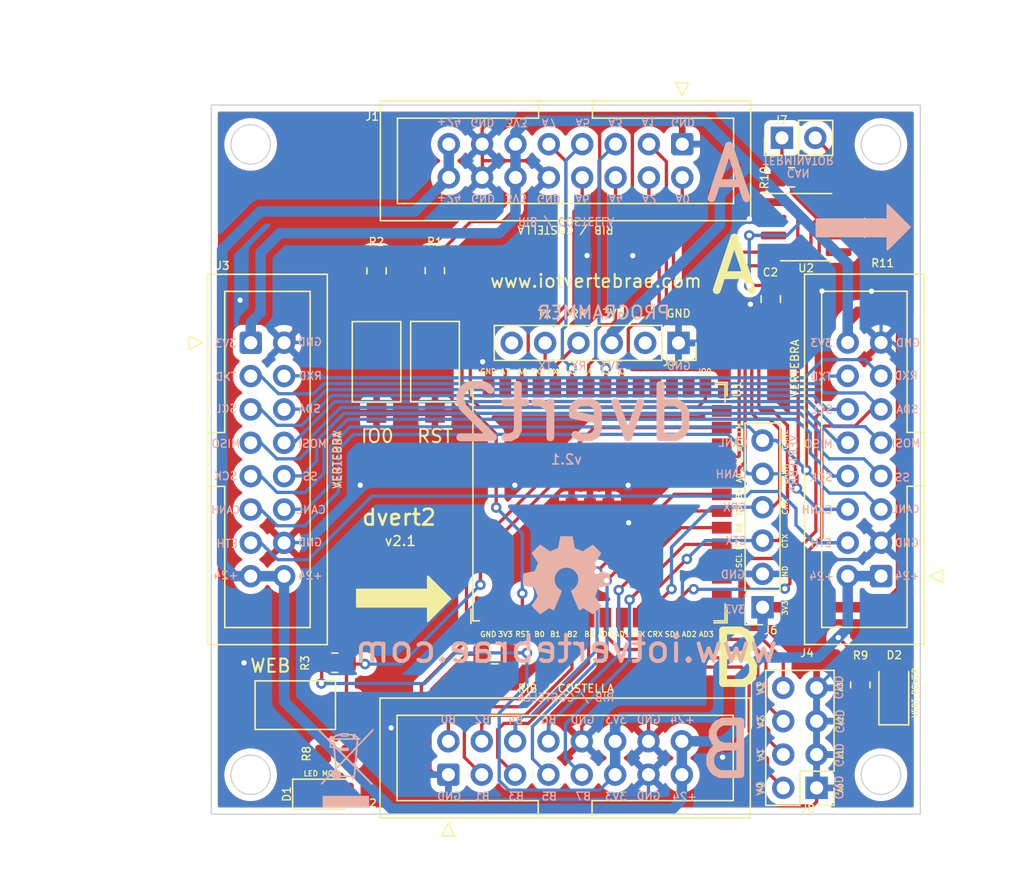
<source format=kicad_pcb>
(kicad_pcb (version 20211014) (generator pcbnew)
  (layers (0 "F.Cu" signal) (31 "B.Cu" signal) (34 "B.Paste" user) (35 "F.Paste" user) (36 "B.SilkS" user "B.Silkscreen") (37 "F.SilkS" user "F.Silkscreen") (38 "B.Mask" user) (39 "F.Mask" user) (44 "Edge.Cuts" user))
  (net 0 "")
  (net 1 "GND")
  (net 2 "+3V3")
  (net 3 "Net-(D1-Pad2)")
  (net 4 "Net-(D2-Pad2)")
  (net 5 "/A0")
  (net 6 "/A1")
  (net 7 "/A2")
  (net 8 "/A3")
  (net 9 "/A4")
  (net 10 "/A5")
  (net 11 "/A6")
  (net 12 "/A7")
  (net 13 "+24V")
  (net 14 "/B0")
  (net 17 "/B1")
  (net 18 "/B2")
  (net 19 "/B3")
  (net 20 "/B4")
  (net 21 "/B5")
  (net 22 "/B6")
  (net 23 "/B7")
  (net 24 "/TXD")
  (net 25 "/RXD")
  (net 27 "/SCL")
  (net 32 "/SDA")
  (net 33 "/MISO")
  (net 34 "/MOSI")
  (net 35 "/SCK")
  (net 36 "/SS")
  (net 37 "/CANH")
  (net 38 "/CANL")
  (net 39 "Earth")
  (net 41 "/RX_0")
  (net 42 "/TX_0")
  (net 45 "/CTX")
  (net 46 "/CRX")
  (net 47 "Net-(J7-Pad2)")
  (net 48 "/RST")
  (net 49 "/IO0")
  (net 50 "/WEB")
  (net 51 "/ADDR0")
  (net 52 "/ADDR1")
  (net 53 "/ADDR2")
  (net 54 "/ADDR3")
  (net 55 "/LED_MQTT")
  (net 56 "Net-(R10-Pad1)")
  (footprint "Resistor_SMD:R_0805_2012Metric_Pad1.20x1.40mm_HandSolder" (layer "F.Cu") (at 128.59 78.63 90)
    (fp_text reference "R2")
    (fp_text value "10K")
  )
  (footprint "Package_SO:SOIC-8_3.9x4.9mm_P1.27mm" (layer "F.Cu") (at 161.3 75.3)
    (fp_text reference "U2")
    (fp_text value "SN65HVD230")
  )
  (footprint "Resistor_SMD:R_0805_2012Metric_Pad1.20x1.40mm_HandSolder" (layer "F.Cu") (at 125.41 108.47 180)
    (fp_text reference "R3")
    (fp_text value "10K")
  )
  (footprint "Connector_IDC:IDC-Header_2x08_P2.54mm_Vertical" (layer "F.Cu") (at 167.01 101.87 180)
    (fp_text reference "J4")
    (fp_text value "Conn_02x08_Odd_Even")
  )
  (footprint "Espressif:ESP32-S3-WROOM-1U" (layer "F.Cu") (at 145.38 96.28 90)
    (fp_text reference "U1")
    (fp_text value "ESP32-S3-WROOM-1")
  )
  (footprint "Resistor_SMD:R_1210_3225Metric_Pad1.30x2.65mm_HandSolder" (layer "F.Cu") (at 167.1 75.35 -90)
    (fp_text reference "R11")
    (fp_text value "120 / 0.5W (1210)")
  )
  (footprint "Connector_IDC:IDC-Header_2x08_P2.54mm_Vertical" (layer "F.Cu") (at 134.06 116.9925 90)
    (fp_text reference "J2")
    (fp_text value "Conn_02x08_Odd_Even")
  )
  (footprint "Capacitor_SMD:C_0805_2012Metric_Pad1.18x1.45mm_HandSolder" (layer "F.Cu") (at 137.5925 107.82)
    (fp_text reference "C1")
    (fp_text value "100nF")
  )
  (footprint "Connector_PinHeader_2.54mm:PinHeader_1x02_P2.54mm_Vertical" (layer "F.Cu") (at 159.46 68.5 90)
    (fp_text reference "J7")
    (fp_text value "Conn_01x02")
  )
  (footprint "Connector_IDC:IDC-Header_2x08_P2.54mm_Vertical" (layer "F.Cu") (at 151.87 68.98 -90)
    (fp_text reference "J1")
    (fp_text value "Conn_02x08_Odd_Even")
  )
  (footprint "Capacitor_SMD:C_0805_2012Metric_Pad1.18x1.45mm_HandSolder" (layer "F.Cu") (at 158.61 80.7775 90)
    (fp_text reference "C2")
    (fp_text value "100nF")
  )
  (footprint "Connector_PinSocket_2.54mm:PinSocket_1x06_P2.54mm_Vertical" (layer "F.Cu") (at 157.985 104.245 180)
    (fp_text reference "J6")
    (fp_text value "Conn_01x06")
  )
  (footprint "LED_SMD:LED_1206_3216Metric_Pad1.42x1.75mm_HandSolder" (layer "F.Cu") (at 124.6625 118.47)
    (fp_text reference "D1")
    (fp_text value "LED_W")
  )
  (footprint "Button_Switch_SMD:SW_SPST_CK_RS282G05A3" (layer "F.Cu") (at 128.59 85.55 90)
    (fp_text reference "SW2")
    (fp_text value "IO0")
  )
  (footprint "Button_Switch_SMD:SW_SPST_CK_RS282G05A3" (layer "F.Cu") (at 133.04 85.54 90)
    (fp_text reference "SW1")
    (fp_text value "RST")
  )
  (footprint "Connector_PinSocket_2.54mm:PinSocket_1x06_P2.54mm_Vertical" (layer "F.Cu") (at 151.585 84.115 -90)
    (fp_text reference "J5")
    (fp_text value "Conn_01x06")
  )
  (footprint "Resistor_SMD:R_0805_2012Metric_Pad1.20x1.40mm_HandSolder" (layer "F.Cu") (at 133.03 78.61 90)
    (fp_text reference "R1")
    (fp_text value "10K")
  )
  (footprint "Connector_PinHeader_2.54mm:PinHeader_2x04_P2.54mm_Vertical" (layer "F.Cu") (at 162.1 118 180)
    (fp_text reference "J8")
    (fp_text value "Conn_02x04_Odd_Even")
  )
  (footprint "Connector_IDC:IDC-Header_2x08_P2.54mm_Vertical" (layer "F.Cu") (at 119.01 84.1)
    (fp_text reference "J3")
    (fp_text value "Conn_02x08_Odd_Even")
  )
  (footprint "Resistor_SMD:R_0805_2012Metric_Pad1.20x1.40mm_HandSolder" (layer "F.Cu") (at 165.43 110.15 -90)
    (fp_text reference "R9")
    (fp_text value "10K")
  )
  (footprint "LED_SMD:LED_1206_3216Metric_Pad1.42x1.75mm_HandSolder" (layer "F.Cu") (at 167.98 110.7375 90)
    (fp_text reference "D2")
    (fp_text value "LED_R")
  )
  (footprint "Resistor_SMD:R_0805_2012Metric_Pad1.20x1.40mm_HandSolder" (layer "F.Cu") (at 125.52 115.41 180)
    (fp_text reference "R8")
    (fp_text value "330")
  )
  (footprint "Button_Switch_SMD:SW_SPST_CK_RS282G05A3" (layer "F.Cu") (at 122.4 111.7)
    (fp_text reference "SW3")
    (fp_text value "WEB")
  )
  (footprint "Resistor_SMD:R_0805_2012Metric_Pad1.20x1.40mm_HandSolder" (layer "F.Cu") (at 160.2 71.5 180)
    (fp_text reference "R10")
    (fp_text value "10K")
  )
  (footprint "Symbol:OSHW-Symbol_6.7x6mm_SilkScreen" (layer "B.Cu") (at 143.06 101.82 180)
    (fp_text reference "REF**" hide)
    (fp_text value "OSHW-Symbol_6.7x6mm_SilkScreen" hide)
  )
  (footprint "Symbol:WEEE-Logo_4.2x6mm_SilkScreen" (layer "B.Cu") (at 126.24 116.46 180)
    (fp_text reference "REF**" hide)
    (fp_text value "WEEE-Logo_4.2x6mm_SilkScreen" hide)
  )
  (gr_poly (pts (xy 169.2 75.3) (xy 167.5 77) (xy 167.5 76) (xy 162.1 76) (xy 162.1 74.7) (xy 167.5 74.7) (xy 167.5 73.6)) (layer "B.SilkS") (width 0.15) (fill solid))
  (gr_poly (pts (xy 134.2 103.6) (xy 132.5 101.9) (xy 132.5 102.9) (xy 127.1 102.9) (xy 127.1 104.2) (xy 132.5 104.2) (xy 132.5 105.3)) (layer "F.SilkS") (width 0.15) (fill solid))
  (gr_circle (center 119 69) (end 120.5 69) (layer "Edge.Cuts") (width 0.1) (fill none))
  (gr_rect (start 116 120) (end 170 66) (layer "Edge.Cuts") (width 0.1) (fill none))
  (gr_circle (center 167 117) (end 168.5 117) (layer "Edge.Cuts") (width 0.1) (fill none))
  (gr_circle (center 167 69) (end 168.5 69) (layer "Edge.Cuts") (width 0.1) (fill none))
  (gr_circle (center 119 117) (end 120.5 117) (layer "Edge.Cuts") (width 0.1) (fill none))
  (gr_text "GND" (at 136.7 73.11 180) (layer "B.SilkS") (effects (font (size 0.6 0.6) (thickness 0.1)) (justify mirror)))
  (gr_text "v2.1" (at 143.04 92.99) (layer "B.SilkS") (effects (font (size 0.75 0.75) (thickness 0.12)) (justify mirror)))
  (gr_text "A1" (at 149.32 67.31 180) (layer "B.SilkS") (effects (font (size 0.6 0.6) (thickness 0.1)) (justify mirror)))
  (gr_text "VERTEBRA" (at 160.32 93.3 90) (layer "B.SilkS") (effects (font (size 0.6 0.6) (thickness 0.1)) (justify mirror)))
  (gr_text "A6" (at 144.27 73.13 180) (layer "B.SilkS") (effects (font (size 0.6 0.6) (thickness 0.1)) (justify mirror)))
  (gr_text "MISO" (at 162.24 91.81) (layer "B.SilkS") (effects (font (size 0.6 0.6) (thickness 0.1)) (justify mirror)))
  (gr_text "B3" (at 139.23 118.64) (layer "B.SilkS") (effects (font (size 0.6 0.6) (thickness 0.1)) (justify mirror)))
  (gr_text "CRX" (at 155.87 96.64) (layer "B.SilkS") (effects (font (size 0.6 0.6) (thickness 0.1)) (justify mirror)))
  (gr_text "B7" (at 144.34 118.65) (layer "B.SilkS") (effects (font (size 0.6 0.6) (thickness 0.1)) (justify mirror)))
  (gr_text "CANL" (at 123.62 96.82) (layer "B.SilkS") (effects (font (size 0.6 0.6) (thickness 0.1)) (justify mirror)))
  (gr_text "A7" (at 141.71 67.33 180) (layer "B.SilkS") (effects (font (size 0.6 0.6) (thickness 0.1)) (justify mirror)))
  (gr_text "RIB / COSTELLA" (at 143.04 111.12) (layer "B.SilkS") (effects (font (size 0.6 0.6) (thickness 0.1)) (justify mirror)))
  (gr_text "dvert2" (at 143.54 89.49) (layer "B.SilkS") (effects (font (size 4 4) (thickness 0.6)) (justify mirror)))
  (gr_text "SCK" (at 117.1 94.26) (layer "B.SilkS") (effects (font (size 0.6 0.6) (thickness 0.1)) (justify mirror)))
  (gr_text "3V3" (at 146.82 118.65) (layer "B.SilkS") (effects (font (size 0.6 0.6) (thickness 0.1)) (justify mirror)))
  (gr_text "GND" (at 141.71 73.13 180) (layer "B.SilkS") (effects (font (size 0.6 0.6) (thickness 0.1)) (justify mirror)))
  (gr_text "GND" (at 163.8 115.5 270) (layer "B.SilkS") (effects (font (size 0.6 0.6) (thickness 0.1)) (justify mirror)))
  (gr_text "+24" (at 162.48 101.88) (layer "B.SilkS") (effects (font (size 0.6 0.6) (thickness 0.1)) (justify mirror)))
  (gr_text "+24" (at 169.01 101.85) (layer "B.SilkS") (effects (font (size 0.6 0.6) (thickness 0.1)) (justify mirror)))
  (gr_text "CANL" (at 168.91 96.77) (layer "B.SilkS") (effects (font (size 0.55 0.55) (thickness 0.1)) (justify mirror)))
  (gr_text "GND" (at 123.53 99.3) (layer "B.SilkS") (effects (font (size 0.6 0.6) (thickness 0.1)) (justify mirror)))
  (gr_text "GND" (at 155.73 101.75) (layer "B.SilkS") (effects (font (size 0.6 0.6) (thickness 0.1)) (justify mirror)))
  (gr_text "SDA" (at 123.5 89.13) (layer "B.SilkS") (effects (font (size 0.6 0.6) (thickness 0.1)) (justify mirror)))
  (gr_text "RXD" (at 168.91 86.61) (layer "B.SilkS") (effects (font (size 0.6 0.6) (thickness 0.1)) (justify mirror)))
  (gr_text "GND" (at 136.65 67.32 180) (layer "B.SilkS") (effects (font (size 0.6 0.6) (thickness 0.1)) (justify mirror)))
  (gr_text "TXD" (at 117.11 86.69) (layer "B.SilkS") (effects (font (size 0.6 0.6) (thickness 0.1)) (justify mirror)))
  (gr_text "3V3" (at 155.86 104.41) (layer "B.SilkS") (effects (font (size 0.6 0.6) (thickness 0.1)) (justify mirror)))
  (gr_text "GND" (at 134.12 118.64) (layer "B.SilkS") (effects (font (size 0.6 0.6) (thickness 0.1)) (justify mirror)))
  (gr_text "ETH" (at 117.22 99.4) (layer "B.SilkS") (effects (font (size 0.6 0.6) (thickness 0.1)) (justify mirror)))
  (gr_text "MISO" (at 117.11 91.79) (layer "B.SilkS") (effects (font (size 0.6 0.6) (thickness 0.1)) (justify mirror)))
  (gr_text "GND" (at 144.28 112.81) (layer "B.SilkS") (effects (font (size 0.6 0.6) (thickness 0.1)) (justify mirror)))
  (gr_text "B5" (at 141.74 118.65) (layer "B.SilkS") (effects (font (size 0.6 0.6) (thickness 0.1)) (justify mirror)))
  (gr_text "CANH" (at 162.14 96.82) (layer "B.SilkS") (effects (font (size 0.6 0.6) (thickness 0.1)) (justify mirror)))
  (gr_text "B6" (at 141.7 112.8) (layer "B.SilkS") (effects (font (size 0.6 0.6) (thickness 0.1)) (justify mirror)))
  (gr_text "3V3" (at 117.11 84.15) (layer "B.SilkS") (effects (font (size 0.6 0.6) (thickness 0.1)) (justify mirror)))
  (gr_text "B" (at 155.24 115.13) (layer "B.SilkS") (effects (font (size 4 4) (thickness 0.6)) (justify mirror)))
  (gr_text "+24" (at 117.12 101.81) (layer "B.SilkS") (effects (font (size 0.6 0.6) (thickness 0.1)) (justify mirror)))
  (gr_text "B1" (at 136.62 118.64) (layer "B.SilkS") (effects (font (size 0.6 0.6) (thickness 0.1)) (justify mirror)))
  (gr_text "ETH" (at 162.45 99.37) (layer "B.SilkS") (effects (font (size 0.6 0.6) (thickness 0.1)) (justify mirror)))
  (gr_text "RIB / COSTELLA" (at 143.02 74.85 -180) (layer "B.SilkS") (effects (font (size 0.6 0.6) (thickness 0.1)) (justify mirror)))
  (gr_text "TX" (at 141.42 85.86) (layer "B.SilkS") (effects (font (size 0.6 0.6) (thickness 0.1)) (justify mirror)))
  (gr_text "3V3" (at 146.48 85.85) (layer "B.SilkS") (effects (font (size 0.6 0.6) (thickness 0.1)) (justify mirror)))
  (gr_text "+24" (at 134.11 67.31 180) (layer "B.SilkS") (effects (font (size 0.6 0.6) (thickness 0.1)) (justify mirror)))
  (gr_text "GND" (at 169.06 84.11) (layer "B.SilkS") (effects (font (size 0.6 0.6) (thickness 0.1)) (justify mirror)))
  (gr_text "CANL" (at 155.74 91.7) (layer "B.SilkS") (effects (font (size 0.6 0.6) (thickness 0.1)) (justify mirror)))
  (gr_text "A1" (at 157.85 115.46 270) (layer "B.SilkS") (effects (font (size 0.6 0.6) (thickness 0.1)) (justify mirror)))
  (gr_text "GND" (at 123.51 84.04) (layer "B.SilkS") (effects (font (size 0.6 0.6) (thickness 0.1)) (justify mirror)))
  (gr_text "+24" (at 151.88 112.8) (layer "B.SilkS") (effects (font (size 0.6 0.6) (thickness 0.1)) (justify mirror)))
  (gr_text "GND" (at 163.77 117.97 270) (layer "B.SilkS") (effects (font (size 0.6 0.6) (thickness 0.1)) (justify mirror)))
  (gr_text "SS" (at 123.54 94.28) (layer "B.SilkS") (effects (font (size 0.6 0.6) (thickness 0.1)) (justify mirror)))
  (gr_text "GND" (at 168.97 99.34) (layer "B.SilkS") (effects (font (size 0.6 0.6) (thickness 0.1)) (justify mirror)))
  (gr_text "www.iotvertebrae.com" (at 143.02 107.42) (layer "B.SilkS") (effects (font (size 2 2) (thickness 0.3)) (justify mirror)))
  (gr_text "CTX" (at 155.98 99.18) (layer "B.SilkS") (effects (font (size 0.6 0.6) (thickness 0.1)) (justify mirror)))
  (gr_text "TXD" (at 162.45 86.69) (layer "B.SilkS") (effects (font (size 0.6 0.6) (thickness 0.1)) (justify mirror)))
  (gr_text "3V3" (at 139.24 67.32 180) (layer "B.SilkS") (effects (font (size 0.6 0.6) (thickness 0.1)) (justify mirror)))
  (gr_text "+24" (at 152.05 118.66) (layer "B.SilkS") (effects (font (size 0.6 0.6) (thickness 0.1)) (justify mirror)))
  (gr_text "A4" (at 146.83 73.12 180) (layer "B.SilkS") (effects (font (size 0.6 0.6) (thickness 0.1)) (justify mirror)))
  (gr_text "SDA" (at 169.01 89.18) (layer "B.SilkS") (effects (font (size 0.6 0.6) (thickness 0.1)) (justify mirror)))
  (gr_text "GND" (at 149.32 112.8) (layer "B.SilkS") (effects (font (size 0.6 0.6) (thickness 0.1)) (justify mirror)))
  (gr_text "GND" (at 149.31 118.61) (layer "B.SilkS") (effects (font (size 0.6 0.6) (thickness 0.1)) (justify mirror)))
  (gr_text "GND" (at 151.61 85.86) (layer "B.SilkS") (effects (font (size 0.6 0.6) (thickness 0.1)) (justify mirror)))
  (gr_text "MOSI" (at 123.72 91.79) (layer "B.SilkS") (effects (font (size 0.6 0.6) (thickness 0.1)) (justify mirror)))
  (gr_text "A3" (at 157.8 110.4 270) (layer "B.SilkS") (effects (font (size 0.6 0.6) (thickness 0.1)) (justify mirror)))
  (gr_text "SCL" (at 162.52 89.19) (layer "B.SilkS") (effects (font (size 0.6 0.6) (thickness 0.1)) (justify mirror)))
  (gr_text "VERTEBRA" (at 125.58 92.99 -90) (layer "B.SilkS") (effects (font (size 0.6 0.6) (thickness 0.1)) (justify mirror)))
  (gr_text "A3" (at 146.78 67.34 180) (layer "B.SilkS") (effects (font (size 0.6 0.6) (thickness 0.1)) (justify mirror)))
  (gr_text "SS" (at 168.63 94.36) (layer "B.SilkS") (effects (font (size 0.6 0.6) (thickness 0.1)) (justify mirror)))
  (gr_text "B4" (at 139.18 112.84) (layer "B.SilkS") (effects (font (size 0.6 0.6) (thickness 0.1)) (justify mirror)))
  (gr_text "A0" (at 151.91 73.12 180) (layer "B.SilkS") (effects (font (size 0.6 0.6) (thickness 0.1)) (justify mirror)))
  (gr_text "GND" (at 151.92 67.32 180) (layer "B.SilkS") (effects (font (size 0.6 0.6) (thickness 0.1)) (justify mirror)))
  (gr_text "GND" (at 163.75 110.35 270) (layer "B.SilkS") (effects (font (size 0.6 0.6) (thickness 0.1)) (justify mirror)))
  (gr_text "A0" (at 157.79 118.04 270) (layer "B.SilkS") (effects (font (size 0.6 0.6) (thickness 0.1)) (justify mirror)))
  (gr_text "RXD" (at 123.54 86.63) (layer "B.SilkS") (effects (font (size 0.6 0.6) (thickness 0.1)) (justify mirror)))
  (gr_text "3V3" (at 162.47 84.12) (layer "B.SilkS") (effects (font (size 0.6 0.6) (thickness 0.1)) (justify mirror)))
  (gr_text "PROGRAMMER" (at 145.89 81.81) (layer "B.SilkS") (effects (font (size 1 1)) (justify mirror)))
  (gr_text "B2" (at 136.65 112.78) (layer "B.SilkS") (effects (font (size 0.6 0.6) (thickness 0.1)) (justify mirror)))
  (gr_text "A" (at 155.43 71.28) (layer "B.SilkS") (effects (font (size 4 4) (thickness 0.6)) (justify mirror)))
  (gr_text "RX" (at 143.98 85.86) (layer "B.SilkS") (effects (font (size 0.6 0.6) (thickness 0.1)) (justify mirror)))
  (gr_text "CAN\nTERMINATOR" (at 160.7 70.69 180) (layer "B.SilkS") (effects (font (size 0.6 0.6) (thickness 0.1)) (justify mirror)))
  (gr_text "A2" (at 149.36 73.14 180) (layer "B.SilkS") (effects (font (size 0.6 0.6) (thickness 0.1)) (justify mirror)))
  (gr_text "GND" (at 163.84 112.93 270) (layer "B.SilkS") (effects (font (size 0.6 0.6) (thickness 0.1)) (justify mirror)))
  (gr_text "3V3" (at 139.2 73.09 180) (layer "B.SilkS") (effects (font (size 0.6 0.6) (thickness 0.1)) (justify mirror)))
  (gr_text "SCL" (at 117.13 89.12) (layer "B.SilkS") (effects (font (size 0.6 0.6) (thickness 0.1)) (justify mirror)))
  (gr_text "MOSI" (at 168.9 91.76) (layer "B.SilkS") (effects (font (size 0.6 0.6) (thickness 0.1)) (justify mirror)))
  (gr_text "A5" (at 144.3 67.34 180) (layer "B.SilkS") (effects (font (size 0.6 0.6) (thickness 0.1)) (justify mirror)))
  (gr_text "B0" (at 134.06 112.79) (layer "B.SilkS") (effects (font (size 0.6 0.6) (thickness 0.1)) (justify mirror)))
  (gr_text "+24" (at 134.11 73.11 180) (layer "B.SilkS") (effects (font (size 0.6 0.6) (thickness 0.1)) (justify mirror)))
  (gr_text "A2" (at 157.84 112.95 270) (layer "B.SilkS") (effects (font (size 0.6 0.6) (thickness 0.1)) (justify mirror)))
  (gr_text "CANH" (at 155.6 94.11) (layer "B.SilkS") (effects (font (size 0.6 0.6) (thickness 0.1)) (justify mirror)))
  (gr_text "3V3" (at 146.84 112.81) (layer "B.SilkS") (effects (font (size 0.6 0.6) (thickness 0.1)) (justify mirror)))
  (gr_text "CANH" (at 117.1 96.83) (layer "B.SilkS") (effects (font (size 0.55 0.55) (thickness 0.1)) (justify mirror)))
  (gr_text "+24" (at 123.55 101.83) (layer "B.SilkS") (effects (font (size 0.6 0.6) (thickness 0.1)) (justify mirror)))
  (gr_text "SCK" (at 162.44 94.36) (layer "B.SilkS") (effects (font (size 0.6 0.6) (thickness 0.1)) (justify mirror)))
  (gr_text "AD3" (at 153.7 106.3) (layer "F.SilkS") (effects (font (size 0.4 0.4) (thickness 0.08))))
  (gr_text "VERTEBRA" (at 125.59 93.02 90) (layer "F.SilkS") (effects (font (size 0.6 0.6) (thickness 0.1))))
  (gr_text "CANH" (at 159.7 94.1 90) (layer "F.SilkS") (effects (font (size 0.4 0.4) (thickness 0.08))))
  (gr_text "RX0" (at 142.2 86.3) (layer "F.SilkS") (effects (font (size 0.4 0.4) (thickness 0.08))))
  (gr_text "A7" (at 138.4 86.3) (layer "F.SilkS") (effects (font (size 0.4 0.4) (thickness 0.08))))
  (gr_text "AD0" (at 146 106.3) (layer "F.SilkS") (effects (font (size 0.4 0.4) (thickness 0.08))))
  (gr_text "A1" (at 156.2 93.1 90) (layer "F.SilkS") (effects (font (size 0.4 0.4) (thickness 0.08))))
  (gr_text "CRX" (at 149.8 106.3) (layer "F.SilkS") (effects (font (size 0.4 0.4) (thickness 0.08))))
  (gr_text "3V3" (at 159.7 104.3 90) (layer "F.SilkS") (effects (font (size 0.4 0.4) (thickness 0.08))))
  (gr_text "A5" (at 143.5 86.3) (layer "F.SilkS") (effects (font (size 0.4 0.4) (thickness 0.08))))
  (gr_text "3V3" (at 138.4 106.3) (layer "F.SilkS") (effects (font (size 0.4 0.4) (thickness 0.08))))
  (gr_text "RX" (at 143.98 81.9) (layer "F.SilkS") (effects (font (size 0.6 0.6) (thickness 0.1))))
  (gr_text "B6" (at 156.2 98.2 90) (layer "F.SilkS") (effects (font (size 0.4 0.4) (thickness 0.08))))
  (gr_text "A3" (at 157.84 110.38 90) (layer "F.SilkS") (effects (font (size 0.4 0.4) (thickness 0.08))))
  (gr_text "v2.1\n" (at 130.4 99.2) (layer "F.SilkS") (effects (font (size 0.75 0.75) (thickness 0.12))))
  (gr_text "CTX" (at 148.5 106.3) (layer "F.SilkS") (effects (font (size 0.4 0.4) (thickness 0.08))))
  (gr_text "A" (at 155.83 78.28) (layer "F.SilkS") (effects (font (size 4 4) (thickness 0.6))))
  (gr_text "WEB" (at 156.2 91.8 90) (layer "F.SilkS") (effects (font (size 0.4 0.4) (thickness 0.08))))
  (gr_text "B" (at 156.03 108.19) (layer "F.SilkS") (effects (font (size 4 4) (thickness 0.6))))
  (gr_text "B7" (at 156.2 99.5 90) (layer "F.SilkS") (effects (font (size 0.4 0.4) (thickness 0.08))))
  (gr_text "AD2" (at 152.4 106.3) (layer "F.SilkS") (effects (font (size 0.4 0.4) (thickness 0.08))))
  (gr_text "IO0" (at 153.6 86.3) (layer "F.SilkS") (effects (font (size 0.4 0.4) (thickness 0.08))))
  (gr_text "TX0" (at 140.9 86.3) (layer "F.SilkS") (effects (font (size 0.4 0.4) (thickness 0.08))))
  (gr_text "CANL" (at 159.7 91.5 90) (layer "F.SilkS") (effects (font (size 0.4 0.4) (thickness 0.08))))
  (gr_text "A1" (at 163.92 115.44 90) (layer "F.SilkS") (effects (font (size 0.4 0.4) (thickness 0.08))))
  (gr_text "A3" (at 163.9 110.31 90) (layer "F.SilkS") (effects (font (size 0.4 0.4) (thickness 0.08))))
  (gr_text "TX" (at 141.38 81.94) (layer "F.SilkS") (effects (font (size 0.6 0.6) (thickness 0.1))))
  (gr_text "VERT POWER" (at 169.59 110.75 90) (layer "F.SilkS") (effects (font (size 0.4 0.4) (thickness 0.08))))
  (gr_text "SDA" (at 151.1 106.3) (layer "F.SilkS") (effects (font (size 0.4 0.4) (thickness 0.08))))
  (gr_text "LM" (at 156.2 90.6 90) (layer "F.SilkS") (effects (font (size 0.4 0.4) (thickness 0.08))))
  (gr_text "LED MQTT" (at 124.48 116.91) (layer "F.SilkS") (effects (font (size 0.4 0.4) (thickness 0.08))))
  (gr_text "A2" (at 147.3 86.3) (layer "F.SilkS") (effects (font (size 0.4 0.4) (thickness 0.08))))
  (gr_text "dvert2" (at 130.3 97.4) (layer "F.SilkS") (effects (font (size 1.2 1.2) (thickness 0.2))))
  (gr_text "B0" (at 141 106.3) (layer "F.SilkS") (effects (font (size 0.4 0.4) (thickness 0.08))))
  (gr_text "RIB / COSTELLA" (at 142.98 75.5 180) (layer "F.SilkS") (effects (font (size 0.6 0.6) (thickness 0.1))))
  (gr_text "A2" (at 157.85 112.97 90) (layer "F.SilkS") (effects (font (size 0.4 0.4) (thickness 0.08))))
  (gr_text "A3" (at 146 86.3) (layer "F.SilkS") (effects (font (size 0.4 0.4) (thickness 0.08))))
  (gr_text "AD1" (at 147.3 106.3) (layer "F.SilkS") (effects (font (size 0.4 0.4) (thickness 0.08))))
  (gr_text "A0" (at 156.2 94.4 90) (layer "F.SilkS") (effects (font (size 0.4 0.4) (thickness 0.08))))
  (gr_text "CTX" (at 159.7 99.2 90) (layer "F.SilkS") (effects (font (size 0.4 0.4) (thickness 0.08))))
  (gr_text "SCL" (at 156.2 100.7 90) (layer "F.SilkS") (effects (font (size 0.4 0.4) (thickness 0.08))))
  (gr_text "VERTEBRA" (at 160.44 86.03 90) (layer "F.SilkS") (effects (font (size 0.6 0.6) (thickness 0.1))))
  (gr_text "GND" (at 151.59 81.87) (layer "F.SilkS") (effects (font (size 0.6 0.6) (thickness 0.1))))
  (gr_text "B5" (at 156.2 96.9 90) (layer "F.SilkS") (effects (font (size 0.4 0.4) (thickness 0.08))))
  (gr_text "A0" (at 163.94 118.01 90) (layer "F.SilkS") (effects (font (size 0.4 0.4) (thickness 0.08))))
  (gr_text "A0" (at 157.79 118 90) (layer "F.SilkS") (effects (font (size 0.4 0.4) (thickness 0.08))))
  (gr_text "B1" (at 142.2 106.3) (layer "F.SilkS") (effects (font (size 0.4 0.4) (thickness 0.08))))
  (gr_text "B2" (at 143.5 106.3) (layer "F.SilkS") (effects (font (size 0.4 0.4) (thickness 0.08))))
  (gr_text "GND" (at 137.1 86.3) (layer "F.SilkS") (effects (font (size 0.4 0.4) (thickness 0.08))))
  (gr_text "A1" (at 157.82 115.38 90) (layer "F.SilkS") (effects (font (size 0.4 0.4) (thickness 0.08))))
  (gr_text "A4" (at 144.7 86.3) (layer "F.SilkS") (effects (font (size 0.4 0.4) (thickness 0.08))))
  (gr_text "RST" (at 139.7 106.3) (layer "F.SilkS") (effects (font (size 0.4 0.4) (thickness 0.08))))
  (gr_text "CRX" (at 159.7 96.6 90) (layer "F.SilkS") (effects (font (size 0.4 0.4) (thickness 0.08))))
  (gr_text "GND" (at 137.1 106.3) (layer "F.SilkS") (effects (font (size 0.4 0.4) (thickness 0.08))))
  (gr_text "A2" (at 163.91 112.91 90) (layer "F.SilkS") (effects (font (size 0.4 0.4) (thickness 0.08))))
  (gr_text "GND" (at 159.7 101.7 90) (layer "F.SilkS") (effects (font (size 0.4 0.4) (thickness 0.08))))
  (gr_text "3V3" (at 146.61 81.87) (layer "F.SilkS") (effects (font (size 0.6 0.6) (thickness 0.1))))
  (gr_text "RIB / COSTELLA" (at 143.01 110.43) (layer "F.SilkS") (effects (font (size 0.6 0.6) (thickness 0.1))))
  (gr_text "B3" (at 144.8 106.3) (layer "F.SilkS") (effects (font (size 0.4 0.4) (thickness 0.08))))
  (gr_text "A6" (at 139.7 86.3) (layer "F.SilkS") (effects (font (size 0.4 0.4) (thickness 0.08))))
  (gr_text "B4" (at 156.2 95.6 90) (layer "F.SilkS") (effects (font (size 0.4 0.4) (thickness 0.08))))
  (gr_text "www.iotvertebrae.com" (at 145.3 79.4) (layer "F.SilkS") (effects (font (size 1 1))))
  (segment (start 151.27 67.19) (end 151.87 67.79) (width 0.25) (layer "F.Cu") (net 1))
  (segment (start 121.75 80.86) (end 118.2 80.86) (width 0.25) (layer "F.Cu") (net 1))
  (segment (start 157.705 81.815) (end 157.06 81.17) (width 0.25) (layer "F.Cu") (net 1))
  (segment (start 140.43 70.24) (end 141.71 71.52) (width 0.25) (layer "F.Cu") (net 1))
  (segment (start 144.62 77.46) (end 145.58 76.5) (width 0.25) (layer "F.Cu") (net 1))
  (segment (start 154.94 113.52) (end 154.94 117.99) (width 0.25) (layer "F.Cu") (net 1))
  (segment (start 148.1 77.47) (end 148.07 77.44) (width 0.25) (layer "F.Cu") (net 1))
  (segment (start 132.66 116.61) (end 132.66 110.72) (width 0.25) (layer "F.Cu") (net 1))
  (segment (start 122.68 113.44) (end 129.69 113.44) (width 0.25) (layer "F.Cu") (net 1))
  (segment (start 122.3 84.08) (end 122.3 82.34) (width 0.25) (layer "F.Cu") (net 1))
  (segment (start 134.06 116.9925) (end 133.0425 116.9925) (width 0.25) (layer "F.Cu") (net 1))
  (segment (start 122.3 84.08) (end 127.47 84.08) (width 0.25) (layer "F.Cu") (net 1))
  (segment (start 162.51 80.17) (end 166.27 80.17) (width 0.25) (layer "F.Cu") (net 1))
  (segment (start 136.63 67.81) (end 137.25 67.19) (width 0.25) (layer "F.Cu") (net 1))
  (segment (start 123.175 116.505) (end 123.175 118.47) (width 0.25) (layer "F.Cu") (net 1))
  (segment (start 136.555 106.935) (end 137.12 106.37) (width 0.25) (layer "F.Cu") (net 1))
  (segment (start 137.25 67.19) (end 145.66 67.19) (width 0.25) (layer "F.Cu") (net 1))
  (segment (start 156.32 119.37) (end 161.8 119.37) (width 0.25) (layer "F.Cu") (net 1))
  (segment (start 120.94 111.7) (end 122.68 113.44) (width 0.25) (layer "F.Cu") (net 1))
  (segment (start 154.46 68.98) (end 155.355 69.875) (width 0.25) (layer "F.Cu") (net 1))
  (segment (start 136.555 107.82) (end 136.555 106.935) (width 0.25) (layer "F.Cu") (net 1))
  (segment (start 133.04 89.44) (end 128.6 89.44) (width 0.25) (layer "F.Cu") (net 1))
  (segment (start 149.34 112.95) (end 154.37 112.95) (width 0.25) (layer "F.Cu") (net 1))
  (segment (start 136.65 69.7475) (end 136.65 70.24) (width 0.25) (layer "F.Cu") (net 1))
  (segment (start 146.27 97.81) (end 146.24 97.78) (width 0.25) (layer "F.Cu") (net 1))
  (segment (start 155.355 69.875) (end 156.98 71.5) (width 0.25) (layer "F.Cu") (net 1))
  (segment (start 132.66 110.72) (end 135.56 107.82) (width 0.25) (layer "F.Cu") (net 1))
  (segment (start 122.68 113.44) (end 122.68 116.01) (width 0.25) (layer "F.Cu") (net 1))
  (segment (start 148.07 77.44) (end 148.07 67.21) (width 0.25) (layer "F.Cu") (net 1))
  (segment (start 154.94 117.99) (end 156.32 119.37) (width 0.25) (layer "F.Cu") (net 1))
  (segment (start 144.22 114.4525) (end 144.22 113.29) (width 0.25) (layer "F.Cu") (net 1))
  (segment (start 136.65 70.24) (end 136.65 70.98) (width 0.25) (layer "F.Cu") (net 1))
  (segment (start 148.09 67.19) (end 151.27 67.19) (width 0.25) (layer "F.Cu") (net 1))
  (segment (start 145.58 76.5) (end 145.58 67.27) (width 0.25) (layer "F.Cu") (net 1))
  (segment (start 144.56 112.95) (end 149.34 112.95) (width 0.25) (layer "F.Cu") (net 1))
  (segment (start 122.3 82.34) (end 122.3 81.41) (width 0.25) (layer "F.Cu") (net 1))
  (segment (start 149.34 112.95) (end 149.3 112.99) (width 0.25) (layer "F.Cu") (net 1))
  (segment (start 167.98 112.225) (end 167.695 112.51) (width 0.25) (layer "F.Cu") (net 1))
  (segment (start 128.6 89.44) (end 128.59 89.45) (width 0.25) (layer "F.Cu") (net 1))
  (segment (start 159.2 71.5) (end 156.98 71.5) (width 0.25) (layer "F.Cu") (net 1))
  (segment (start 158.61 81.815) (end 157.705 81.815) (width 0.25) (layer "F.Cu") (net 1))
  (segment (start 129.69 113.44) (end 129.7 113.43) (width 0.25) (layer "F.Cu") (net 1))
  (segment (start 127.47 84.08) (end 128.59 85.2) (width 0.25) (layer "F.Cu") (net 1))
  (segment (start 127.35 94.95) (end 127.35 92.84) (width 0.25) (layer "F.Cu") (net 1))
  (segment (start 137.12 86) (end 136.67 85.55) (width 0.25) (layer "F.Cu") (net 1))
  (segment (start 137.12 105.03) (end 137.12 103.85) (width 0.25) (layer "F.Cu") (net 1))
  (segment (start 156.98 71.5) (end 156.98 74.67) (width 0.25) (layer "F.Cu") (net 1))
  (segment (start 167.695 112.51) (end 166.31 112.51) (width 0.25) (layer "F.Cu") (net 1))
  (segment (start 147.79 97.81) (end 146.27 97.81) (width 0.25) (layer "F.Cu") (net 1))
  (segment (start 133.0425 116.9925) (end 132.66 116.61) (width 0.25) (layer "F.Cu") (net 1))
  (segment (start 118.5 111.7) (end 118.5 108.48) (width 0.25) (layer "F.Cu") (net 1))
  (segment (start 148.07 67.21) (end 148.09 67.19) (width 0.25) (layer "F.Cu") (net 1))
  (segment (start 135.56 107.82) (end 136.555 107.82) (width 0.25) (layer "F.Cu") (net 1))
  (segment (start 151.87 67.79) (end 151.87 68.98) (width 0.25) (layer "F.Cu") (net 1))
  (segment (start 154.37 112.95) (end 154.94 113.52) (width 0.25) (layer "F.Cu") (net 1))
  (segment (start 144.22 113.29) (end 144.56 112.95) (width 0.25) (layer "F.Cu") (net 1))
  (segment (start 136.63 68.98) (end 136.63 67.81) (width 0.25) (layer "F.Cu") (net 1))
  (segment (start 128.59 85.2) (end 128.59 89.45) (width 0.25) (layer "F.Cu") (net 1))
  (segment (start 151.87 68.98) (end 154.46 68.98) (width 0.25) (layer "F.Cu") (net 1))
  (segment (start 136.65 68.6) (end 136.65 69.7475) (width 0.25) (layer "F.Cu") (net 1))
  (segment (start 122.3 81.41) (end 121.75 80.86) (width 0.25) (layer "F.Cu") (net 1))
  (segment (start 141.79 99.18) (end 143.44 99.18) (width 0.25) (layer "F.Cu") (net 1))
  (segment (start 137.12 103.85) (end 141.79 99.18) (width 0.25) (layer "F.Cu") (net 1))
  (segment (start 122.68 116.01) (end 123.175 116.505) (width 0.25) (layer "F.Cu") (net 1))
  (segment (start 147.75 94.95) (end 147.79 94.99) (width 0.25) (layer "F.Cu") (net 1))
  (segment (start 158.82 74.67) (end 158.825 74.665) (width 0.25) (layer "F.Cu") (net 1))
  (segment (start 162.1 112.92) (end 165.9 112.92) (width 0.25) (layer "F.Cu") (net 1))
  (segment (start 149.3 112.99) (end 149.3 114.4525) (width 0.25) (layer "F.Cu") (net 1))
  (segment (start 137.12 87.53) (end 137.12 86) (width 0.25) (layer "F.Cu") (net 1))
  (segment (start 128.59 91.6) (end 128.59 89.45) (width 0.25) (layer "F.Cu") (net 1))
  (segment (start 165.9 112.92) (end 166.31 112.51) (width 0.25) (layer "F.Cu") (net 1))
  (segment (start 136.65 70.24) (end 140.43 70.24) (width 0.25) (layer "F.Cu") (net 1))
  (segment (start 137.12 106.37) (end 137.12 105.03) (width 0.25) (layer "F.Cu") (net 1))
  (segment (start 162.1 119.07) (end 162.1 118) (width 0.25) (layer "F.Cu") (net 1))
  (segment (start 161.8 119.37) (end 162.1 119.07) (width 0.25) (layer "F.Cu") (net 1))
  (segment (start 145.66 67.19) (end 148.09 67.19) (width 0.25) (layer "F.Cu") (net 1))
  (segment (start 166.27 80.17) (end 166.28 80.18) (width 0.25) (layer "F.Cu") (net 1))
  (segment (start 145.58 67.27) (end 145.66 67.19) (width 0.25) (layer "F.Cu") (net 1))
  (segment (start 147.79 94.99) (end 147.79 97.81) (width 0.25) (layer "F.Cu") (net 1))
  (segment (start 156.98 74.67) (end 158.82 74.67) (width 0.25) (layer "F.Cu") (net 1))
  (segment (start 127.35 92.84) (end 128.59 91.6) (width 0.25) (layer "F.Cu") (net 1))
  (segment (start 118.5 111.7) (end 120.94 111.7) (width 0.25) (layer "F.Cu") (net 1))
  (segment (start 136.69 71.02) (end 136.65 70.98) (width 0.25) (layer "F.Cu") (net 1))
  (via (at 139.12 94.95) (size 0.8) (drill 0.4) (layers "F.Cu" "B.Cu") (net 1))
  (via (at 147.75 94.95) (size 0.8) (drill 0.4) (layers "F.Cu" "B.Cu") (net 1))
  (via (at 147.79 97.81) (size 0.8) (drill 0.4) (layers "F.Cu" "B.Cu") (net 1))
  (via (at 118.2 80.86) (size 0.8) (drill 0.4) (layers "F.Cu" "B.Cu") (net 1))
  (via (at 144.62 77.46) (size 0.8) (drill 0.4) (layers "F.Cu" "B.Cu") (net 1))
  (via (at 166.28 80.18) (size 0.8) (drill 0.4) (layers "F.Cu" "B.Cu") (net 1))
  (via (at 118.5 108.48) (size 0.8) (drill 0.4) (layers "F.Cu" "B.Cu") (net 1))
  (via (at 136.67 85.55) (size 0.8) (drill 0.4) (layers "F.Cu" "B.Cu") (net 1))
  (via (at 127.35 94.95) (size 0.8) (drill 0.4) (layers "F.Cu" "B.Cu") (net 1))
  (via (at 157.06 81.17) (size 0.8) (drill 0.4) (layers "F.Cu" "B.Cu") (net 1))
  (via (at 156.98 74.67) (size 0.8) (drill 0.4) (layers "F.Cu" "B.Cu") (net 1))
  (via (at 129.7 113.43) (size 0.8) (drill 0.4) (layers "F.Cu" "B.Cu") (net 1))
  (via (at 148.1 77.47) (size 0.8) (drill 0.4) (layers "F.Cu" "B.Cu") (net 1))
  (via (at 154.94 115.66) (size 0.8) (drill 0.4) (layers "F.Cu" "B.Cu") (net 1))
  (via (at 162.51 80.17) (size 0.8) (drill 0.4) (layers "F.Cu" "B.Cu") (net 1))
  (segment (start 167.01 99.33) (end 168.33 100.65) (width 0.25) (layer "B.Cu") (net 1))
  (segment (start 157.985 101.705) (end 152.305 101.705) (width 0.25) (layer "B.Cu") (net 1))
  (segment (start 150.35 104.07) (end 150.06 104.07) (width 0.25) (layer "B.Cu") (net 1))
  (segment (start 157.06 81.17) (end 157.01 81.17) (width 0.25) (layer "B.Cu") (net 1))
  (segment (start 151.88 102.13) (end 151.88 103.22) (width 0.25) (layer "B.Cu") (net 1))
  (segment (start 157.01 81.17) (end 155.87 80.03) (width 0.25) (layer "B.Cu") (net 1))
  (segment (start 162.1 112.92) (end 162.1 115.46) (width 0.25) (layer "B.Cu") (net 1))
  (segment (start 122.98 99.32) (end 127.34 94.96) (width 0.25) (layer "B.Cu") (net 1))
  (segment (start 161.51 81.17) (end 162.51 80.17) (width 0.25) (layer "B.Cu") (net 1))
  (segment (start 151.585 84.115) (end 154.115 84.115) (width 0.25) (layer "B.Cu") (net 1))
  (segment (start 127.35 94.95) (end 147.75 94.95) (width 0.25) (layer "B.Cu") (net 1))
  (segment (start 162.1 110.38) (end 162.1 112.92) (width 0.25) (layer "B.Cu") (net 1))
  (segment (start 124.59 85.55) (end 136.67 85.55) (width 0.25) (layer "B.Cu") (net 1))
  (segment (start 134.06 116.9925) (end 132.3325 116.9925) (width 0.25) (layer "B.Cu") (net 1))
  (segment (start 168.62 84.79) (end 167.92 84.09) (width 0.25) (layer "B.Cu") (net 1))
  (segment (start 127.34 94.96) (end 127.35 94.95) (width 0.25) (layer "B.Cu") (net 1))
  (segment (start 131.85 114.38) (end 130.9 113.43) (width 0.25) (layer "B.Cu") (net 1))
  (segment (start 131.85 116.51) (end 131.85 114.38) (width 0.25) (layer "B.Cu") (net 1))
  (segment (start 167.01 99.33) (end 165.73 100.61) (width 0.25) (layer "B.Cu") (net 1))
  (segment (start 150.06 104.07) (end 149.15 103.16) (width 0.25) (layer "B.Cu") (net 1))
  (segment (start 161.455 101.705) (end 157.985 101.705) (width 0.25) (layer "B.Cu") (net 1))
  (segment (start 156.58 74.67) (end 156.98 74.67) (width 0.25) (layer "B.Cu") (net 1))
  (segment (start 149.3 118.44) (end 148.865 118.875) (width 0.25) (layer "B.Cu") (net 1))
  (segment (start 149.15 100.05) (end 149.15 99.17) (width 0.25) (layer "B.Cu") (net 1))
  (segment (start 122.3 99.32) (end 122.98 99.32) (width 0.25) (layer "B.Cu") (net 1))
  (segment (start 122.3 84.08) (end 123.12 84.08) (width 0.25) (layer "B.Cu") (net 1))
  (segment (start 155.87 80.03) (end 155.87 76.63) (width 0.25) (layer "B.Cu") (net 1))
  (segment (start 149.3 116.9925) (end 149.3 118.44) (width 0.25) (layer "B.Cu") (net 1))
  (segment (start 168.62 97.72) (end 168.62 84.79) (width 0.25) (layer "B.Cu") (net 1))
  (segment (start 167.92 84.09) (end 167.01 84.09) (width 0.25) (layer "B.Cu") (net 1))
  (segment (start 151.88 103.22) (end 151.88 103.79) (width 0.25) (layer "B.Cu") (net 1))
  (segment (start 168.33 100.65) (end 168.33 104.15) (width 0.25) (layer "B.Cu") (net 1))
  (segment (start 155.87 76.63) (end 155.87 75.38) (width 0.25) (layer "B.Cu") (net 1))
  (segment (start 130.9 113.43) (end 129.7 113.43) (width 0.25) (layer "B.Cu") (net 1))
  (segment (start 167.01 82.22) (end 166.28 81.49) (width 0.25) (layer "B.Cu") (net 1))
  (segment (start 162.1 115.46) (end 162.1 118) (width 0.25) (layer "B.Cu") (net 1))
  (segment (start 132.3325 116.9925) (end 131.85 116.51) (width 0.25) (layer "B.Cu") (net 1))
  (segment (start 154.115 84.115) (end 157.06 81.17) (width 0.25) (layer "B.Cu") (net 1))
  (segment (start 151.92 102.09) (end 151.88 102.13) (width 0.25) (layer "B.Cu") (net 1))
  (segment (start 162.55 100.61) (end 161.455 101.705) (width 0.25) (layer "B.Cu") (net 1))
  (segment (start 165.73 100.61) (end 162.55 100.61) (width 0.25) (layer "B.Cu") (net 1))
  (segment (start 155.87 75.38) (end 156.58 74.67) (width 0.25) (layer "B.Cu") (net 1))
  (segment (start 134.06 118.3) (end 134.635 118.875) (width 0.25) (layer "B.Cu") (net 1))
  (segment (start 168.33 104.15) (end 162.1 110.38) (width 0.25) (layer "B.Cu") (net 1))
  (segment (start 157.06 81.17) (end 161.51 81.17) (width 0.25) (layer "B.Cu") (net 1))
  (segment (start 123.12 84.08) (end 124.59 85.55) (width 0.25) (layer "B.Cu") (net 1))
  (segment (start 152.305 101.705) (end 151.92 102.09) (width 0.25) (layer "B.Cu") (net 1))
  (segment (start 134.06 116.9925) (end 134.06 118.3) (width 0.25) (layer "B.Cu") (net 1))
  (segment (start 166.28 81.49) (end 166.28 80.18) (width 0.25) (layer "B.Cu") (net 1))
  (segment (start 167.01 84.09) (end 167.01 82.22) (width 0.25) (layer "B.Cu") (net 1))
  (segment (start 149.15 99.17) (end 147.79 97.81) (width 0.25) (layer "B.Cu") (net 1))
  (segment (start 151.88 103.79) (end 151.6 104.07) (width 0.25) (layer "B.Cu") (net 1))
  (segment (start 166.28 80.18) (end 166.29 80.19) (width 0.25) (layer "B.Cu") (net 1))
  (segment (start 149.15 103.16) (end 149.15 100.05) (width 0.25) (layer "B.Cu") (net 1))
  (segment (start 134.635 118.875) (end 148.865 118.875) (width 0.25) (layer "B.Cu") (net 1))
  (segment (start 167.01 99.33) (end 168.62 97.72) (width 0.25) (layer "B.Cu") (net 1))
  (segment (start 151.6 104.07) (end 150.35 104.07) (width 0.25) (layer "B.Cu") (net 1))
  (segment (start 138.39 105.03) (end 138.39 106.21) (width 0.25) (layer "F.Cu") (net 2))
  (segment (start 139.17 73.89) (end 138.18 74.88) (width 0.25) (layer "F.Cu") (net 2))
  (segment (start 138.63 106.45) (end 138.63 107.82) (width 0.25) (layer "F.Cu") (net 2))
  (segment (start 138.39 106.21) (end 138.63 106.45) (width 0.25) (layer "F.Cu") (net 2))
  (segment (start 166.36 81.75) (end 165.24 81.75) (width 0.8) (layer "F.Cu") (net 2))
  (segment (start 133.01 77.63) (end 133.03 77.61) (width 0.25) (layer "F.Cu") (net 2))
  (segment (start 168.53 82.46) (end 167.82 81.75) (width 0.8) (layer "F.Cu") (net 2))
  (segment (start 157.985 104.245) (end 167.215 104.245) (width 0.8) (layer "F.Cu") (net 2))
  (segment (start 138.18 74.88) (end 135.76 74.88) (width 0.25) (layer "F.Cu") (net 2))
  (segment (start 156.98 79.74) (end 156.97 79.75) (width 0.25) (layer "F.Cu") (net 2))
  (segment (start 165.24 81.75) (end 164.47 82.52) (width 0.8) (layer "F.Cu") (net 2))
  (segment (start 167.215 104.245) (end 168.53 102.93) (width 0.8) (layer "F.Cu") (net 2))
  (segment (start 164.47 82.52) (end 164.47 84.09) (width 0.8) (layer "F.Cu") (net 2))
  (segment (start 139.17 71.52) (end 139.17 73.89) (width 0.25) (layer "F.Cu") (net 2))
  (segment (start 167.82 81.75) (end 166.36 81.75) (width 0.8) (layer "F.Cu") (net 2))
  (segment (start 135.76 74.88) (end 133.03 77.61) (width 0.25) (layer "F.Cu") (net 2))
  (segment (start 158.82 75.93) (end 158.825 75.935) (width 0.25) (layer "F.Cu") (net 2))
  (segment (start 124.41 108.47) (end 124.41 110.03) (width 0.25) (layer "F.Cu") (net 2))
  (segment (start 156.97 75.93) (end 158.82 75.93) (width 0.25) (layer "F.Cu") (net 2))
  (segment (start 158.61 79.74) (end 156.98 79.74) (width 0.25) (layer "F.Cu") (net 2))
  (segment (start 124.41 110.03) (end 124.39 110.05) (width 0.25) (layer "F.Cu") (net 2))
  (segment (start 138.73 107.72) (end 138.63 107.82) (width 0.25) (layer "F.Cu") (net 2))
  (segment (start 128.59 77.63) (end 133.01 77.63) (width 0.25) (layer "F.Cu") (net 2))
  (segment (start 140.04 107.72) (end 138.73 107.72) (width 0.25) (layer "F.Cu") (net 2))
  (segment (start 168.53 102.93) (end 168.53 82.46) (width 0.8) (layer "F.Cu") (net 2))
  (via (at 140.04 107.72) (size 0.8) (drill 0.4) (layers "F.Cu" "B.Cu") (net 2))
  (via (at 124.39 110.05) (size 0.8) (drill 0.4) (layers "F.Cu" "B.Cu") (net 2))
  (via (at 156.97 75.93) (size 0.8) (drill 0.4) (layers "F.Cu" "B.Cu") (net 2))
  (via (at 156.97 79.75) (size 0.8) (drill 0.4) (layers "F.Cu" "B.Cu") (net 2))
  (segment (start 146.76 116.9925) (end 145.5825 118.17) (width 0.25) (layer "B.Cu") (net 2))
  (segment (start 163.75 77.35) (end 164.47 78.07) (width 0.8) (layer "B.Cu") (net 2))
  (segment (start 157.985 106.315) (end 157.37 106.93) (width 0.8) (layer "B.Cu") (net 2))
  (segment (start 146.76 116.9925) (end 146.76 114.4525) (width 0.8) (layer "B.Cu") (net 2))
  (segment (start 157.985 104.245) (end 157.985 106.315) (width 0.8) (layer "B.Cu") (net 2))
  (segment (start 156.97 79.75) (end 156.97 75.93) (width 0.25) (layer "B.Cu") (net 2))
  (segment (start 139.17 68.09) (end 139.17 68.98) (width 0.8) (layer "B.Cu") (net 2))
  (segment (start 145.5825 118.17) (end 138.655799 118.17) (width 0.25) (layer "B.Cu") (net 2))
  (segment (start 119.01 82.57) (end 119.76 81.82) (width 0.8) (layer "B.Cu") (net 2))
  (segment (start 140.06 67.2) (end 139.17 68.09) (width 0.8) (layer "B.Cu") (net 2))
  (segment (start 164.47 78.07) (end 164.47 84.09) (width 0.8) (layer "B.Cu") (net 2))
  (segment (start 139.17 68.98) (end 139.17 71.52) (width 0.8) (layer "B.Cu") (net 2))
  (segment (start 159.85 75.93) (end 161.09 74.69) (width 0.25) (layer "B.Cu") (net 2))
  (segment (start 154.09 112.64) (end 147.28 112.64) (width 0.8) (layer "B.Cu") (net 2))
  (segment (start 138.655799 118.17) (end 137.93 117.444201) (width 0.25) (layer "B.Cu") (net 2))
  (segment (start 146.505 84.115) (end 146.505 83.355) (width 0.8) (layer "B.Cu") (net 2))
  (segment (start 137.92 75.77) (end 139.17 74.52) (width 0.8) (layer "B.Cu") (net 2))
  (segment (start 139.17 74.52) (end 139.17 71.52) (width 0.8) (layer "B.Cu") (net 2))
  (segment (start 137.93 112.3) (end 140.04 110.19) (width 0.25) (layer "B.Cu") (net 2))
  (segment (start 154.62 108.82) (end 154.62 112.11) (width 0.8) (layer "B.Cu") (net 2))
  (segment (start 119.01 84.1) (end 119.01 82.57) (width 0.8) (layer "B.Cu") (net 2))
  (segment (start 134.18 108.13) (end 134.59 107.72) (width 0.25) (layer "B.Cu") (net 2))
  (segment (start 119.76 81.82) (end 119.76 77.23) (width 0.8) (layer "B.Cu") (net 2))
  (segment (start 146.505 83.355) (end 154.73 75.13) (width 0.8) (layer "B.Cu") (net 2))
  (segment (start 158.055 71.655) (end 156.985 70.585) (width 0.8) (layer "B.Cu") (net 2))
  (segment (start 163.75 77.35) (end 161.09 74.69) (width 0.8) (layer "B.Cu") (net 2))
  (segment (start 154.62 112.11) (end 154.09 112.64) (width 0.8) (layer "B.Cu") (net 2))
  (segment (start 124.39 110.05) (end 132.26 110.05) (width 0.25) (layer "B.Cu") (net 2))
  (segment (start 156.985 70.585) (end 153.6 67.2) (width 0.8) (layer "B.Cu") (net 2))
  (segment (start 134.59 107.72) (end 140.04 107.72) (width 0.25) (layer "B.Cu") (net 2))
  (segment (start 154.73 75.13) (end 154.73 72.84) (width 0.8) (layer "B.Cu") (net 2))
  (segment (start 147.28 112.64) (end 146.76 113.16) (width 0.8) (layer "B.Cu") (net 2))
  (segment (start 121.22 75.77) (end 137.92 75.77) (width 0.8) (layer "B.Cu") (net 2))
  (segment (start 119.76 77.23) (end 121.22 75.77) (width 0.8) (layer "B.Cu") (net 2))
  (segment (start 140.04 110.19) (end 140.04 107.72) (width 0.25) (layer "B.Cu") (net 2))
  (segment (start 132.26 110.05) (end 134.18 108.13) (width 0.25) (layer "B.Cu") (net 2))
  (segment (start 157.37 106.93) (end 156.51 106.93) (width 0.8) (layer "B.Cu") (net 2))
  (segment (start 156.51 106.93) (end 154.62 108.82) (width 0.8) (layer "B.Cu") (net 2))
  (segment (start 154.73 72.84) (end 156.985 70.585) (width 0.8) (layer "B.Cu") (net 2))
  (segment (start 137.93 117.444201) (end 137.93 112.3) (width 0.25) (layer "B.Cu") (net 2))
  (segment (start 153.6 67.2) (end 140.06 67.2) (width 0.8) (layer "B.Cu") (net 2))
  (segment (start 161.09 74.69) (end 158.055 71.655) (width 0.8) (layer "B.Cu") (net 2))
  (segment (start 146.76 113.16) (end 146.76 114.4525) (width 0.8) (layer "B.Cu") (net 2))
  (segment (start 156.97 75.93) (end 159.85 75.93) (width 0.25) (layer "B.Cu") (net 2))
  (segment (start 125.19 116.96) (end 125.89 116.96) (width 0.25) (layer "F.Cu") (net 3))
  (segment (start 126.15 117.22) (end 126.15 118.47) (width 0.25) (layer "F.Cu") (net 3))
  (segment (start 124.52 115.41) (end 124.52 116.29) (width 0.25) (layer "F.Cu") (net 3))
  (segment (start 124.52 116.29) (end 125.19 116.96) (width 0.25) (layer "F.Cu") (net 3))
  (segment (start 125.89 116.96) (end 126.15 117.22) (width 0.25) (layer "F.Cu") (net 3))
  (segment (start 166.62 111.02) (end 166.62 109.39) (width 0.25) (layer "F.Cu") (net 4))
  (segment (start 166.62 109.39) (end 166.76 109.25) (width 0.25) (layer "F.Cu") (net 4))
  (segment (start 166.49 111.15) (end 166.62 111.02) (width 0.25) (layer "F.Cu") (net 4))
  (segment (start 166.76 109.25) (end 167.98 109.25) (width 0.25) (layer "F.Cu") (net 4))
  (segment (start 165.43 111.15) (end 166.49 111.15) (width 0.25) (layer "F.Cu") (net 4))
  (segment (start 156.19 93.65) (end 156.19 94.11) (width 0.25) (layer "F.Cu") (net 5))
  (segment (start 151.2 81.98) (end 151.36 82.14) (width 0.25) (layer "F.Cu") (net 5))
  (segment (start 155.925 94.375) (end 154.88 94.375) (width 0.25) (layer "F.Cu") (net 5))
  (segment (start 151.2 74.03) (end 151.2 81.98) (width 0.25) (layer "F.Cu") (net 5))
  (segment (start 156.19 94.11) (end 155.925 94.375) (width 0.25) (layer "F.Cu") (net 5))
  (segment (start 154.6 82.14) (end 156.65 84.19) (width 0.25) (layer "F.Cu") (net 5))
  (segment (start 156.65 93.19) (end 156.19 93.65) (width 0.25) (layer "F.Cu") (net 5))
  (segment (start 151.36 82.14) (end 154.6 82.14) (width 0.25) (layer "F.Cu") (net 5))
  (segment (start 151.87 71.52) (end 151.87 73.36) (width 0.25) (layer "F.Cu") (net 5))
  (segment (start 156.65 84.19) (end 156.65 93.19) (width 0.25) (layer "F.Cu") (net 5))
  (segment (start 151.87 73.36) (end 151.2 74.03) (width 0.25) (layer "F.Cu") (net 5))
  (segment (start 154.3 82.65) (end 150.95 82.65) (width 0.25) (layer "F.Cu") (net 6))
  (segment (start 150.66 82.36) (end 150.66 70.31) (width 0.25) (layer "F.Cu") (net 6))
  (segment (start 156.2 92.71) (end 156.2 84.55) (width 0.25) (layer "F.Cu") (net 6))
  (segment (start 155.805 93.105) (end 156.2 92.71) (width 0.25) (layer "F.Cu") (net 6))
  (segment (start 156.2 84.55) (end 154.3 82.65) (width 0.25) (layer "F.Cu") (net 6))
  (segment (start 150.66 70.31) (end 149.33 68.98) (width 0.25) (layer "F.Cu") (net 6))
  (segment (start 154.88 93.105) (end 155.805 93.105) (width 0.25) (layer "F.Cu") (net 6))
  (segment (start 150.95 82.65) (end 150.66 82.36) (width 0.25) (layer "F.Cu") (net 6))
  (segment (start 147.76 85.27) (end 147.76 83.07) (width 0.25) (layer "F.Cu") (net 7))
  (segment (start 149.33 73.35) (end 149.33 71.52) (width 0.25) (layer "F.Cu") (net 7))
  (segment (start 148.09 82.74) (end 149.69 82.74) (width 0.25) (layer "F.Cu") (net 7))
  (segment (start 150.11 74.13) (end 149.33 73.35) (width 0.25) (layer "F.Cu") (net 7))
  (segment (start 147.28 87.53) (end 147.28 85.75) (width 0.25) (layer "F.Cu") (net 7))
  (segment (start 150.11 82.32) (end 150.11 74.13) (width 0.25) (layer "F.Cu") (net 7))
  (segment (start 147.76 83.07) (end 148.09 82.74) (width 0.25) (layer "F.Cu") (net 7))
  (segment (start 147.28 85.75) (end 147.76 85.27) (width 0.25) (layer "F.Cu") (net 7))
  (segment (start 149.69 82.74) (end 150.11 82.32) (width 0.25) (layer "F.Cu") (net 7))
  (segment (start 146.05 87.49) (end 146.01 87.53) (width 0.25) (layer "F.Cu") (net 8))
  (segment (start 146.05 86.04) (end 146.05 87.49) (width 0.25) (layer "F.Cu") (net 8))
  (via (at 146.05 86.04) (size 0.8) (drill 0.4) (layers "F.Cu" "B.Cu") (net 8))
  (segment (start 145.53 82.93) (end 145.53 70.24) (width 0.25) (layer "B.Cu") (net 8))
  (segment (start 145.53 70.24) (end 146.79 68.98) (width 0.25) (layer "B.Cu") (net 8))
  (segment (start 145.29 83.17) (end 145.53 82.93) (width 0.25) (layer "B.Cu") (net 8))
  (segment (start 145.29 85.28) (end 145.29 83.17) (width 0.25) (layer "B.Cu") (net 8))
  (segment (start 146.05 86.04) (end 145.29 85.28) (width 0.25) (layer "B.Cu") (net 8))
  (segment (start 146.49 82.73) (end 145.72 82.73) (width 0.25) (layer "F.Cu") (net 9))
  (segment (start 146.79 82.39) (end 146.79 71.52) (width 0.25) (layer "F.Cu") (net 9))
  (segment (start 146.81 82.41) (end 146.79 82.39) (width 0.25) (layer "F.Cu") (net 9))
  (segment (start 145.29 83.16) (end 145.29 85.24) (width 0.25) (layer "F.Cu") (net 9))
  (segment (start 146.81 82.41) (end 146.49 82.73) (width 0.25) (layer "F.Cu") (net 9))
  (segment (start 144.74 85.79) (end 144.74 87.53) (width 0.25) (layer "F.Cu") (net 9))
  (segment (start 145.29 85.24) (end 144.74 85.79) (width 0.25) (layer "F.Cu") (net 9))
  (segment (start 145.72 82.73) (end 145.29 83.16) (width 0.25) (layer "F.Cu") (net 9))
  (segment (start 143.47 86.04) (end 143.45 86.02) (width 0.25) (layer "F.Cu") (net 10))
  (segment (start 143.47 87.53) (end 143.47 86.04) (width 0.25) (layer "F.Cu") (net 10))
  (via (at 143.45 86.02) (size 0.8) (drill 0.4) (layers "F.Cu" "B.Cu") (net 10))
  (segment (start 142.945 82.895) (end 142.74 83.1) (width 0.25) (layer "B.Cu") (net 10))
  (segment (start 142.74 85.31) (end 143.45 86.02) (width 0.25) (layer "B.Cu") (net 10))
  (segment (start 144.25 68.98) (end 143.01 70.22) (width 0.25) (layer "B.Cu") (net 10))
  (segment (start 143.01 82.83) (end 142.945 82.895) (width 0.25) (layer "B.Cu") (net 10))
  (segment (start 142.74 83.1) (end 142.74 85.31) (width 0.25) (layer "B.Cu") (net 10))
  (segment (start 143.01 70.22) (end 143.01 82.83) (width 0.25) (layer "B.Cu") (net 10))
  (segment (start 139.66 87.53) (end 139.66 85.73) (width 0.25) (layer "F.Cu") (net 11))
  (segment (start 144.25 73.49) (end 144.25 71.52) (width 0.25) (layer "F.Cu") (net 11))
  (segment (start 140.54 82.71) (end 142.35 82.71) (width 0.25) (layer "F.Cu") (net 11))
  (segment (start 143.62 74.12) (end 144.25 73.49) (width 0.25) (layer "F.Cu") (net 11))
  (segment (start 139.66 85.73) (end 140.14 85.25) (width 0.25) (layer "F.Cu") (net 11))
  (segment (start 140.14 85.25) (end 140.14 83.11) (width 0.25) (layer "F.Cu") (net 11))
  (segment (start 142.35 82.71) (end 143.62 81.44) (width 0.25) (layer "F.Cu") (net 11))
  (segment (start 140.14 83.11) (end 140.54 82.71) (width 0.25) (layer "F.Cu") (net 11))
  (segment (start 143.62 81.44) (end 143.62 74.12) (width 0.25) (layer "F.Cu") (net 11))
  (segment (start 143.01 70.28) (end 141.71 68.98) (width 0.25) (layer "F.Cu") (net 12))
  (segment (start 137.34 84.82) (end 137.34 83.21) (width 0.25) (layer "F.Cu") (net 12))
  (segment (start 142.13 82.1) (end 143.01 81.22) (width 0.25) (layer "F.Cu") (net 12))
  (segment (start 138.39 87.53) (end 138.39 85.87) (width 0.25) (layer "F.Cu") (net 12))
  (segment (start 138.39 85.87) (end 137.34 84.82) (width 0.25) (layer "F.Cu") (net 12))
  (segment (start 139.75 82.64) (end 140.29 82.1) (width 0.25) (layer "F.Cu") (net 12))
  (segment (start 143.01 81.22) (end 143.01 70.28) (width 0.25) (layer "F.Cu") (net 12))
  (segment (start 137.34 83.21) (end 137.91 82.64) (width 0.25) (layer "F.Cu") (net 12))
  (segment (start 137.91 82.64) (end 139.75 82.64) (width 0.25) (layer "F.Cu") (net 12))
  (segment (start 140.29 82.1) (end 142.13 82.1) (width 0.25) (layer "F.Cu") (net 12))
  (segment (start 165.43 108.23) (end 163.75 106.55) (width 0.25) (layer "F.Cu") (net 13))
  (segment (start 165.43 109.15) (end 165.43 108.23) (width 0.25) (layer "F.Cu") (net 13))
  (via (at 163.75 106.55) (size 0.8) (drill 0.4) (layers "F.Cu" "B.Cu") (net 13))
  (segment (start 121.55 111.41) (end 121.55 101.88) (width 0.8) (layer "B.Cu") (net 13))
  (segment (start 131.5 74.11) (end 134.09 71.52) (width 0.8) (layer "B.Cu") (net 13))
  (segment (start 162.23 108.07) (end 163.75 106.55) (width 0.8) (layer "B.Cu") (net 13))
  (segment (start 156.28 113.23) (end 156.28 109.61) (width 0.8) (layer "B.Cu") (net 13))
  (segment (start 151.84 114.4525) (end 155.0575 114.4525) (width 0.8) (layer "B.Cu") (net 13))
  (segment (start 151.13 119.6) (end 129.74 119.6) (width 0.8) (layer "B.Cu") (net 13))
  (segment (start 119.73 74.11) (end 131.5 74.11) (width 0.8) (layer "B.Cu") (net 13))
  (segment (start 116.83 100.92) (end 116.83 77.01) (width 0.8) (layer "B.Cu") (net 13))
  (segment (start 134.09 68.98) (end 134.09 71.52) (width 0.8) (layer "B.Cu") (net 13))
  (segment (start 116.83 77.01) (end 119.73 74.11) (width 0.8) (layer "B.Cu") (net 13))
  (segment (start 151.84 118.89) (end 151.13 119.6) (width 0.8) (layer "B.Cu") (net 13))
  (segment (start 121.55 101.88) (end 119.01 101.88) (width 0.8) (layer "B.Cu") (net 13))
  (segment (start 151.84 114.4525) (end 151.84 116.9925) (width 0.8) (layer "B.Cu") (net 13))
  (segment (start 155.0575 114.4525) (end 156.28 113.23) (width 0.8) (layer "B.Cu") (net 13))
  (segment (start 164.47 101.87) (end 164.47 105.83) (width 0.8) (layer "B.Cu") (net 13))
  (segment (start 129.74 119.6) (end 121.55 111.41) (width 0.8) (layer "B.Cu") (net 13))
  (segment (start 151.84 116.9925) (end 151.84 118.89) (width 0.8) (layer "B.Cu") (net 13))
  (segment (start 164.47 101.87) (end 167.01 101.87) (width 0.8) (layer "B.Cu") (net 13))
  (segment (start 119.01 101.88) (end 117.79 101.88) (width 0.8) (layer "B.Cu") (net 13))
  (segment (start 117.79 101.88) (end 116.83 100.92) (width 0.8) (layer "B.Cu") (net 13))
  (segment (start 164.47 105.83) (end 163.75 106.55) (width 0.8) (layer "B.Cu") (net 13))
  (segment (start 157.82 108.07) (end 162.23 108.07) (width 0.8) (layer "B.Cu") (net 13))
  (segment (start 156.28 109.61) (end 157.82 108.07) (width 0.8) (layer "B.Cu") (net 13))
  (segment (start 134.06 114.4525) (end 134.06 112.93) (width 0.25) (layer "F.Cu") (net 14))
  (segment (start 139.52 111.21) (end 141.52 109.21) (width 0.25) (layer "F.Cu") (net 14))
  (segment (start 135.78 111.21) (end 139.52 111.21) (width 0.25) (layer "F.Cu") (net 14))
  (segment (start 140.93 106.57) (end 140.93 105.03) (width 0.25) (layer "F.Cu") (net 14))
  (segment (start 134.06 112.93) (end 135.78 111.21) (width 0.25) (layer "F.Cu") (net 14))
  (segment (start 141.52 109.21) (end 141.52 107.16) (width 0.25) (layer "F.Cu") (net 14))
  (segment (start 141.52 107.16) (end 140.93 106.57) (width 0.25) (layer "F.Cu") (net 14))
  (segment (start 135.275 113.195) (end 136.65 111.82) (width 0.25) (layer "F.Cu") (net 17))
  (segment (start 142.2 109.3) (end 142.2 107.79) (width 0.25) (layer "F.Cu") (net 17))
  (segment (start 136.6 116.9925) (end 135.275 115.6675) (width 0.25) (layer "F.Cu") (net 17))
  (segment (start 139.68 111.82) (end 142.2 109.3) (width 0.25) (layer "F.Cu") (net 17))
  (segment (start 142.2 107.79) (end 142.2 105.03) (width 0.25) (layer "F.Cu") (net 17))
  (segment (start 135.275 115.6675) (end 135.275 113.195) (width 0.25) (layer "F.Cu") (net 17))
  (segment (start 136.65 111.82) (end 139.68 111.82) (width 0.25) (layer "F.Cu") (net 17))
  (segment (start 136.6 114.4525) (end 136.6 113.17) (width 0.25) (layer "F.Cu") (net 18))
  (segment (start 143.47 108.92) (end 143.47 105.03) (width 0.25) (layer "F.Cu") (net 18))
  (segment (start 139.92 112.47) (end 143.47 108.92) (width 0.25) (layer "F.Cu") (net 18))
  (segment (start 137.3 112.47) (end 139.92 112.47) (width 0.25) (layer "F.Cu") (net 18))
  (segment (start 136.6 113.17) (end 137.3 112.47) (width 0.25) (layer "F.Cu") (net 18))
  (segment (start 144.74 108.5) (end 144.74 107.5) (width 0.25) (layer "F.Cu") (net 19))
  (segment (start 144.74 107.5) (end 144.74 105.03) (width 0.25) (layer "F.Cu") (net 19))
  (segment (start 138.8 113.09) (end 140.15 113.09) (width 0.25) (layer "F.Cu") (net 19))
  (segment (start 140.15 113.09) (end 144.74 108.5) (width 0.25) (layer "F.Cu") (net 19))
  (segment (start 138.29 113.09) (end 138.8 113.09) (width 0.25) (layer "F.Cu") (net 19))
  (segment (start 137.815 113.565) (end 138.29 113.09) (width 0.25) (layer "F.Cu") (net 19))
  (segment (start 137.815 115.6675) (end 137.815 113.565) (width 0.25) (layer "F.Cu") (net 19))
  (segment (start 139.14 116.9925) (end 137.815 115.6675) (width 0.25) (layer "F.Cu") (net 19))
  (segment (start 154.88 95.645) (end 151.26181 95.645) (width 0.25) (layer "F.Cu") (net 20))
  (segment (start 151.26181 95.645) (end 145.388371 101.518439) (width 0.25) (layer "F.Cu") (net 20))
  (via (at 145.388371 101.518439) (size 0.8) (drill 0.4) (layers "F.Cu" "B.Cu") (net 20))
  (segment (start 145.385 101.52181) (end 145.385 107.495) (width 0.25) (layer "B.Cu") (net 20))
  (segment (start 139.14 113.16) (end 139.75 112.55) (width 0.25) (layer "B.Cu") (net 20))
  (segment (start 139.14 114.4525) (end 139.14 113.16) (width 0.25) (layer "B.Cu") (net 20))
  (segment (start 139.75 112.55) (end 139.18 113.12) (width 0.25) (layer "B.Cu") (net 20))
  (segment (start 145.385 107.495) (end 140.33 112.55) (width 0.25) (layer "B.Cu") (net 20))
  (segment (start 145.388371 101.518439) (end 145.385 101.52181) (width 0.25) (layer "B.Cu") (net 20))
  (segment (start 139.18 113.12) (end 139.18 113.76) (width 0.25) (layer "B.Cu") (net 20))
  (segment (start 140.33 112.55) (end 139.75 112.55) (width 0.25) (layer "B.Cu") (net 20))
  (segment (start 146.11 102.21) (end 151.405 96.915) (width 0.25) (layer "F.Cu") (net 21))
  (segment (start 151.405 96.915) (end 154.88 96.915) (width 0.25) (layer "F.Cu") (net 21))
  (via (at 146.11 102.21) (size 0.8) (drill 0.4) (layers "F.Cu" "B.Cu") (net 21))
  (segment (start 146.14 107.65) (end 140.46 113.33) (width 0.25) (layer "B.Cu") (net 21))
  (segment (start 146.11 102.21) (end 146.14 102.24) (width 0.25) (layer "B.Cu") (net 21))
  (segment (start 141.68 116.9925) (end 140.46 115.7725) (width 0.25) (layer "B.Cu") (net 21))
  (segment (start 146.14 102.24) (end 146.14 107.65) (width 0.25) (layer "B.Cu") (net 21))
  (segment (start 140.46 113.33) (end 140.46 115.7725) (width 0.25) (layer "B.Cu") (net 21))
  (segment (start 151.785 98.185) (end 147.03 102.94) (width 0.25) (layer "F.Cu") (net 22))
  (segment (start 154.88 98.185) (end 151.785 98.185) (width 0.25) (layer "F.Cu") (net 22))
  (via (at 147.03 102.94) (size 0.8) (drill 0.4) (layers "F.Cu" "B.Cu") (net 22))
  (segment (start 141.72 113.17) (end 141.72 113.76) (width 0.25) (layer "B.Cu") (net 22))
  (segment (start 147.03 107.86) (end 141.765 113.125) (width 0.25) (layer "B.Cu") (net 22))
  (segment (start 147.03 102.94) (end 147.03 107.86) (width 0.25) (layer "B.Cu") (net 22))
  (segment (start 141.68 113.21) (end 141.765 113.125) (width 0.25) (layer "B.Cu") (net 22))
  (segment (start 141.765 113.125) (end 141.72 113.17) (width 0.25) (layer "B.Cu") (net 22))
  (segment (start 141.68 114.4525) (end 141.68 113.21) (width 0.25) (layer "B.Cu") (net 22))
  (segment (start 147.86 103.67) (end 152.075 99.455) (width 0.25) (layer "F.Cu") (net 23))
  (segment (start 152.075 99.455) (end 154.88 99.455) (width 0.25) (layer "F.Cu") (net 23))
  (via (at 147.86 103.67) (size 0.8) (drill 0.4) (layers "F.Cu" "B.Cu") (net 23))
  (segment (start 142.97 115.7425) (end 142.97 113.15) (width 0.25) (layer "B.Cu") (net 23))
  (segment (start 142.97 113.15) (end 147.86 108.26) (width 0.25) (layer "B.Cu") (net 23))
  (segment (start 147.86 108.26) (end 147.86 103.67) (width 0.25) (layer "B.Cu") (net 23))
  (segment (start 144.22 116.9925) (end 142.97 115.7425) (width 0.25) (layer "B.Cu") (net 23))
  (segment (start 119.76 86.62) (end 121.125 87.985) (width 0.25) (layer "B.Cu") (net 24))
  (segment (start 162.9 86.64) (end 163.75 86.64) (width 0.25) (layer "B.Cu") (net 24))
  (segment (start 124.57 87.22) (end 162.32 87.22) (width 0.25) (layer "B.Cu") (net 24))
  (segment (start 162.32 87.22) (end 162.9 86.64) (width 0.25) (layer "B.Cu") (net 24))
  (segment (start 123.805 87.985) (end 124.57 87.22) (width 0.25) (layer "B.Cu") (net 24))
  (segment (start 121.125 87.985) (end 123.805 87.985) (width 0.25) (layer "B.Cu") (net 24))
  (segment (start 124.36 86.62) (end 122.3 86.62) (width 0.25) (layer "B.Cu") (net 25))
  (segment (start 161.18 86.77) (end 124.51 86.77) (width 0.25) (layer "B.Cu") (net 25))
  (segment (start 167.01 86.63) (end 165.77 85.39) (width 0.25) (layer "B.Cu") (net 25))
  (segment (start 124.51 86.77) (end 124.36 86.62) (width 0.25) (layer "B.Cu") (net 25))
  (segment (start 162.56 85.39) (end 161.18 86.77) (width 0.25) (layer "B.Cu") (net 25))
  (segment (start 165.77 85.39) (end 162.56 85.39) (width 0.25) (layer "B.Cu") (net 25))
  (segment (start 155.075 100.53) (end 154.88 100.725) (width 0.25) (layer "F.Cu") (net 27))
  (segment (start 162.045 89.755) (end 162.045 98.455) (width 0.25) (layer "F.Cu") (net 27))
  (segment (start 163.75 89.18) (end 162.62 89.18) (width 0.25) (layer "F.Cu") (net 27))
  (segment (start 159.97 100.53) (end 155.075 100.53) (width 0.25) (layer "F.Cu") (net 27))
  (segment (start 162.62 89.18) (end 162.045 89.755) (width 0.25) (layer "F.Cu") (net 27))
  (segment (start 162.045 98.455) (end 159.97 100.53) (width 0.25) (layer "F.Cu") (net 27))
  (segment (start 122.89 90.39) (end 125.15 88.13) (width 0.25) (layer "B.Cu") (net 27))
  (segment (start 120.99 90.39) (end 122.89 90.39) (width 0.25) (layer "B.Cu") (net 27))
  (segment (start 125.15 88.13) (end 161.86 88.13) (width 0.25) (layer "B.Cu") (net 27))
  (segment (start 162.91 89.18) (end 163.75 89.18) (width 0.25) (layer "B.Cu") (net 27))
  (segment (start 119.76 89.16) (end 120.99 90.39) (width 0.25) (layer "B.Cu") (net 27))
  (segment (start 161.86 88.13) (end 162.91 89.18) (width 0.25) (layer "B.Cu") (net 27))
  (segment (start 152.74 102.87) (end 152.39 102.87) (width 0.25) (layer "F.Cu") (net 32))
  (segment (start 160.07 102.44) (end 160.07 101.34) (width 0.25) (layer "F.Cu") (net 32))
  (segment (start 151.09 104.17) (end 151.09 105.03) (width 0.25) (layer "F.Cu") (net 32))
  (segment (start 160.07 101.34) (end 162.495 98.915) (width 0.25) (layer "F.Cu") (net 32))
  (segment (start 152.39 102.87) (end 151.09 104.17) (width 0.25) (layer "F.Cu") (net 32))
  (segment (start 162.495 98.915) (end 162.495 90.655) (width 0.25) (layer "F.Cu") (net 32))
  (segment (start 165.025 90.445) (end 166.29 89.18) (width 0.25) (layer "F.Cu") (net 32))
  (segment (start 162.495 90.655) (end 162.705 90.445) (width 0.25) (layer "F.Cu") (net 32))
  (segment (start 162.705 90.445) (end 165.025 90.445) (width 0.25) (layer "F.Cu") (net 32))
  (segment (start 159.68 102.83) (end 160.07 102.44) (width 0.25) (layer "F.Cu") (net 32))
  (via (at 159.68 102.83) (size 0.8) (drill 0.4) (layers "F.Cu" "B.Cu") (net 32))
  (via (at 152.74 102.87) (size 0.8) (drill 0.4) (layers "F.Cu" "B.Cu") (net 32))
  (segment (start 167.01 89.17) (end 165.765 87.925) (width 0.25) (layer "B.Cu") (net 32))
  (segment (start 165.765 87.925) (end 162.705 87.925) (width 0.25) (layer "B.Cu") (net 32))
  (segment (start 123.31 89.16) (end 122.3 89.16) (width 0.25) (layer "B.Cu") (net 32))
  (segment (start 162.705 87.925) (end 162.45 87.67) (width 0.25) (layer "B.Cu") (net 32))
  (segment (start 152.75 102.88) (end 152.74 102.87) (width 0.25) (layer "B.Cu") (net 32))
  (segment (start 124.8 87.67) (end 123.31 89.16) (width 0.25) (layer "B.Cu") (net 32))
  (segment (start 162.45 87.67) (end 124.8 87.67) (width 0.25) (layer "B.Cu") (net 32))
  (segment (start 159.63 102.88) (end 156.67 102.88) (width 0.25) (layer "B.Cu") (net 32))
  (segment (start 159.68 102.83) (end 159.63 102.88) (width 0.25) (layer "B.Cu") (net 32))
  (segment (start 156.67 102.88) (end 152.75 102.88) (width 0.25) (layer "B.Cu") (net 32))
  (segment (start 125.86 89.03) (end 161.06 89.03) (width 0.25) (layer "B.Cu") (net 33))
  (segment (start 123.540851 92.120851) (end 123.540851 91.349149) (width 0.25) (layer "B.Cu") (net 33))
  (segment (start 122.721701 92.94) (end 123.540851 92.120851) (width 0.25) (layer "B.Cu") (net 33))
  (segment (start 121 92.94) (end 122.721701 92.94) (width 0.25) (layer "B.Cu") (net 33))
  (segment (start 164.47 91.71) (end 163.74 91.71) (width 0.25) (layer "B.Cu") (net 33))
  (segment (start 163.52 91.49) (end 163.75 91.72) (width 0.25) (layer "B.Cu") (net 33))
  (segment (start 123.540851 91.349149) (end 125.86 89.03) (width 0.25) (layer "B.Cu") (net 33))
  (segment (start 163.74 91.71) (end 163.52 91.49) (width 0.25) (layer "B.Cu") (net 33))
  (segment (start 161.06 89.03) (end 163.52 91.49) (width 0.25) (layer "B.Cu") (net 33))
  (segment (start 119.76 91.7) (end 121 92.94) (width 0.25) (layer "B.Cu") (net 33))
  (segment (start 125.42 88.58) (end 161.4883 88.58) (width 0.25) (layer "B.Cu") (net 34))
  (segment (start 165.79 90.49) (end 164.92 90.49) (width 0.25) (layer "B.Cu") (net 34))
  (segment (start 167.01 91.71) (end 165.79 90.49) (width 0.25) (layer "B.Cu") (net 34))
  (segment (start 161.4883 88.58) (end 163.398299 90.49) (width 0.25) (layer "B.Cu") (net 34))
  (segment (start 122.3 91.7) (end 125.42 88.58) (width 0.25) (layer "B.Cu") (net 34))
  (segment (start 163.398299 90.49) (end 165.06 90.49) (width 0.25) (layer "B.Cu") (net 34))
  (segment (start 161 90.37) (end 161.62 90.99) (width 0.25) (layer "B.Cu") (net 35))
  (segment (start 125.25 91.07) (end 126.39 89.93) (width 0.25) (layer "B.Cu") (net 35))
  (segment (start 160.5 89.93) (end 160.94 90.37) (width 0.25) (layer "B.Cu") (net 35))
  (segment (start 123.13 95.5) (end 124.6 94.03) (width 0.25) (layer "B.Cu") (net 35))
  (segment (start 121.02 95.5) (end 123.13 95.5) (width 0.25) (layer "B.Cu") (net 35))
  (segment (start 163.15 94.04) (end 163.37 94.26) (width 0.25) (layer "B.Cu") (net 35))
  (segment (start 124.6 91.7) (end 125.23 91.07) (width 0.25) (layer "B.Cu") (net 35))
  (segment (start 161.62 92.51) (end 163.15 94.04) (width 0.25) (layer "B.Cu") (net 35))
  (segment (start 119.76 94.24) (end 121.02 95.5) (width 0.25) (layer "B.Cu") (net 35))
  (segment (start 161.62 90.99) (end 161.62 92.51) (width 0.25) (layer "B.Cu") (net 35))
  (segment (start 124.6 94.03) (end 124.6 91.7) (width 0.25) (layer "B.Cu") (net 35))
  (segment (start 163.37 94.26) (end 163.75 94.26) (width 0.25) (layer "B.Cu") (net 35))
  (segment (start 163.36 94.25) (end 163.15 94.04) (width 0.25) (layer "B.Cu") (net 35))
  (segment (start 126.39 89.93) (end 160.5 89.93) (width 0.25) (layer "B.Cu") (net 35))
  (segment (start 160.94 90.37) (end 161 90.37) (width 0.25) (layer "B.Cu") (net 35))
  (segment (start 125.23 91.07) (end 125.25 91.07) (width 0.25) (layer "B.Cu") (net 35))
  (segment (start 164.47 94.25) (end 163.36 94.25) (width 0.25) (layer "B.Cu") (net 35))
  (segment (start 163.06 92.94) (end 162.31 92.19) (width 0.25) (layer "B.Cu") (net 36))
  (segment (start 162.31 92.19) (end 162.31 90.916396) (width 0.25) (layer "B.Cu") (net 36))
  (segment (start 162.31 90.916396) (end 160.873604 89.48) (width 0.25) (layer "B.Cu") (net 36))
  (segment (start 167.01 94.25) (end 165.7 92.94) (width 0.25) (layer "B.Cu") (net 36))
  (segment (start 160.873604 89.48) (end 126.1 89.48) (width 0.25) (layer "B.Cu") (net 36))
  (segment (start 124.035 91.545) (end 124.035 93.105) (width 0.25) (layer "B.Cu") (net 36))
  (segment (start 126.1 89.48) (end 124.035 91.545) (width 0.25) (layer "B.Cu") (net 36))
  (segment (start 124.035 93.105) (end 122.9 94.24) (width 0.25) (layer "B.Cu") (net 36))
  (segment (start 165.7 92.94) (end 163.06 92.94) (width 0.25) (layer "B.Cu") (net 36))
  (segment (start 122.9 94.24) (end 122.3 94.24) (width 0.25) (layer "B.Cu") (net 36))
  (segment (start 159.46 69.8) (end 159.46 68.5) (width 0.25) (layer "F.Cu") (net 37))
  (segment (start 162.17 74.67) (end 160.19 72.69) (width 0.25) (layer "F.Cu") (net 37))
  (segment (start 161.67 75.17) (end 162.17 74.67) (width 0.25) (layer "F.Cu") (net 37))
  (segment (start 160.6045 95.19) (end 160.6045 94.2145) (width 0.25) (layer "F.Cu") (net 37))
  (segment (start 161.67 78) (end 161.67 75.17) (width 0.25) (layer "F.Cu") (net 37))
  (segment (start 160.6045 94.2145) (end 160.49 94.1) (width 0.25) (layer "F.Cu") (net 37))
  (segment (start 160.7 78.97) (end 161.67 78) (width 0.25) (layer "F.Cu") (net 37))
  (segment (start 163.775 74.665) (end 163.398249 74.665) (width 0.25) (layer "F.Cu") (net 37))
  (segment (start 163.393249 74.67) (end 162.17 74.67) (width 0.25) (layer "F.Cu") (net 37))
  (segment (start 160.19 70.59) (end 159.43 69.83) (width 0.25) (layer "F.Cu") (net 37))
  (segment (start 159.43 69.83) (end 159.46 69.8) (width 0.25) (layer "F.Cu") (net 37))
  (segment (start 163.398249 74.665) (end 163.393249 74.67) (width 0.25) (layer "F.Cu") (net 37))
  (segment (start 160.49 93.39) (end 160.7 93.18) (width 0.25) (layer "F.Cu") (net 37))
  (segment (start 160.49 94.1) (end 160.49 93.39) (width 0.25) (layer "F.Cu") (net 37))
  (segment (start 160.19 72.69) (end 160.19 70.59) (width 0.25) (layer "F.Cu") (net 37))
  (segment (start 160.7 93.18) (end 160.7 78.97) (width 0.25) (layer "F.Cu") (net 37))
  (via (at 160.6045 95.19) (size 0.8) (drill 0.4) (layers "F.Cu" "B.Cu") (net 37))
  (segment (start 157.985 94.085) (end 159.4995 94.085) (width 0.25) (layer "B.Cu") (net 37))
  (segment (start 162.82 96.8) (end 162.2145 96.8) (width 0.25) (layer "B.Cu") (net 37))
  (segment (start 162.2045 96.79) (end 160.88725 95.47275) (width 0.25) (layer "B.Cu") (net 37))
  (segment (start 155.35 91.08) (end 156.64 92.37) (width 0.25) (layer "B.Cu") (net 37))
  (segment (start 164.47 96.79) (end 162.2045 96.79) (width 0.25) (layer "B.Cu") (net 37))
  (segment (start 162.2145 96.8) (end 160.88725 95.47275) (width 0.25) (layer "B.Cu") (net 37))
  (segment (start 119.76 96.78) (end 121.02 98.04) (width 0.25) (layer "B.Cu") (net 37))
  (segment (start 125.69 92.23) (end 126.84 91.08) (width 0.25) (layer "B.Cu") (net 37))
  (segment (start 123.11 98.04) (end 125.69 95.46) (width 0.25) (layer "B.Cu") (net 37))
  (segment (start 121.02 98.04) (end 123.11 98.04) (width 0.25) (layer "B.Cu") (net 37))
  (segment (start 156.885 94.085) (end 157.985 94.085) (width 0.25) (layer "B.Cu") (net 37))
  (segment (start 156.64 93.84) (end 156.885 94.085) (width 0.25) (layer "B.Cu") (net 37))
  (segment (start 156.64 92.37) (end 156.64 93.84) (width 0.25) (layer "B.Cu") (net 37))
  (segment (start 160.88725 95.47275) (end 160.6045 95.19) (width 0.25) (layer "B.Cu") (net 37))
  (segment (start 162.83 96.79) (end 162.82 96.8) (width 0.25) (layer "B.Cu") (net 37))
  (segment (start 125.69 95.46) (end 125.69 92.23) (width 0.25) (layer "B.Cu") (net 37))
  (segment (start 164.47 96.79) (end 162.83 96.79) (width 0.25) (layer "B.Cu") (net 37))
  (segment (start 126.84 91.08) (end 155.35 91.08) (width 0.25) (layer "B.Cu") (net 37))
  (segment (start 159.4995 94.085) (end 160.6045 95.19) (width 0.25) (layer "B.Cu") (net 37))
  (segment (start 163.75 96.8) (end 162.82 96.8) (width 0.25) (layer "B.Cu") (net 37))
  (segment (start 161.3205 93.8) (end 161.3205 79.3095) (width 0.25) (layer "F.Cu") (net 38))
  (segment (start 161.3205 79.3095) (end 162.3 78.33) (width 0.25) (layer "F.Cu") (net 38))
  (segment (start 162.3 76.36) (end 162.725 75.935) (width 0.25) (layer "F.Cu") (net 38))
  (segment (start 165.31 76.03) (end 165.215 75.935) (width 0.25) (layer "F.Cu") (net 38))
  (segment (start 162.725 75.935) (end 163.775 75.935) (width 0.25) (layer "F.Cu") (net 38))
  (segment (start 165.31 76.77) (end 165.31 76.03) (width 0.25) (layer "F.Cu") (net 38))
  (segment (start 165.44 76.9) (end 165.31 76.77) (width 0.25) (layer "F.Cu") (net 38))
  (segment (start 162.3 78.33) (end 162.3 76.36) (width 0.25) (layer "F.Cu") (net 38))
  (segment (start 165.215 75.935) (end 163.775 75.935) (width 0.25) (layer "F.Cu") (net 38))
  (segment (start 167.1 76.9) (end 165.44 76.9) (width 0.25) (layer "F.Cu") (net 38))
  (via (at 161.3205 93.8) (size 0.8) (drill 0.4) (layers "F.Cu" "B.Cu") (net 38))
  (segment (start 126.57 90.51) (end 156.95 90.51) (width 0.25) (layer "B.Cu") (net 38))
  (segment (start 156.95 90.51) (end 157.985 91.545) (width 0.25) (layer "B.Cu") (net 38))
  (segment (start 163.0705 95.55) (end 161.3205 93.8) (width 0.25) (layer "B.Cu") (net 38))
  (segment (start 161.3 93.8) (end 159.045 91.545) (width 0.25) (layer "B.Cu") (net 38))
  (segment (start 167.01 96.79) (end 165.77 95.55) (width 0.25) (layer "B.Cu") (net 38))
  (segment (start 157.985 91.545) (end 159.045 91.545) (width 0.25) (layer "B.Cu") (net 38))
  (segment (start 125.09 94.92) (end 125.09 91.99) (width 0.25) (layer "B.Cu") (net 38))
  (segment (start 165.77 95.55) (end 163.0705 95.55) (width 0.25) (layer "B.Cu") (net 38))
  (segment (start 125.09 91.99) (end 126.57 90.51) (width 0.25) (layer "B.Cu") (net 38))
  (segment (start 123.23 96.78) (end 125.09 94.92) (width 0.25) (layer "B.Cu") (net 38))
  (segment (start 122.3 96.78) (end 123.23 96.78) (width 0.25) (layer "B.Cu") (net 38))
  (segment (start 163.75 99.34) (end 161.89 99.34) (width 0.25) (layer "B.Cu") (net 39))
  (segment (start 161.88 99.33) (end 160.76 98.21) (width 0.25) (layer "B.Cu") (net 39))
  (segment (start 159.23 95.43) (end 160.53 96.73) (width 0.25) (layer "B.Cu") (net 39))
  (segment (start 164.47 99.33) (end 161.88 99.33) (width 0.25) (layer "B.Cu") (net 39))
  (segment (start 157.12 95.43) (end 159.23 95.43) (width 0.25) (layer "B.Cu") (net 39))
  (segment (start 121.06 100.62) (end 123.39 100.62) (width 0.25) (layer "B.Cu") (net 39))
  (segment (start 156.77 95.78) (end 157.12 95.43) (width 0.25) (layer "B.Cu") (net 39))
  (segment (start 161.89 99.34) (end 160.76 98.21) (width 0.25) (layer "B.Cu") (net 39))
  (segment (start 119.76 99.32) (end 121.06 100.62) (width 0.25) (layer "B.Cu") (net 39))
  (segment (start 160.76 98.21) (end 160.53 97.98) (width 0.25) (layer "B.Cu") (net 39))
  (segment (start 123.39 100.62) (end 128.23 95.78) (width 0.25) (layer "B.Cu") (net 39))
  (segment (start 128.23 95.78) (end 156.77 95.78) (width 0.25) (layer "B.Cu") (net 39))
  (segment (start 160.53 97.98) (end 160.53 96.73) (width 0.25) (layer "B.Cu") (net 39))
  (segment (start 142.2 85.88) (end 143.965 84.115) (width 0.25) (layer "F.Cu") (net 41))
  (segment (start 142.2 87.53) (end 142.2 85.88) (width 0.25) (layer "F.Cu") (net 41))
  (segment (start 141.425 84.115) (end 141.425 85.435) (width 0.25) (layer "F.Cu") (net 42))
  (segment (start 141.425 85.435) (end 140.93 85.93) (width 0.25) (layer "F.Cu") (net 42))
  (segment (start 140.93 85.93) (end 140.93 87.53) (width 0.25) (layer "F.Cu") (net 42))
  (segment (start 159.175 99.165) (end 159.365 98.975) (width 0.25) (layer "F.Cu") (net 45))
  (segment (start 159.88 96.99) (end 159.365 97.505) (width 0.25) (layer "F.Cu") (net 45))
  (segment (start 157.985 99.165) (end 159.175 99.165) (width 0.25) (layer "F.Cu") (net 45))
  (segment (start 157.9 89.28) (end 158.76 89.28) (width 0.25) (layer "F.Cu") (net 45))
  (segment (start 158.76 89.28) (end 159.88 90.4) (width 0.25) (layer "F.Cu") (net 45))
  (segment (start 159.365 98.975) (end 159.365 97.505) (width 0.25) (layer "F.Cu") (net 45))
  (segment (start 159.99 78.24) (end 155.83 78.24) (width 0.25) (layer "F.Cu") (net 45))
  (segment (start 155.26 80.91) (end 157.7 83.35) (width 0.25) (layer "F.Cu") (net 45))
  (segment (start 155.26 78.81) (end 155.26 80.91) (width 0.25) (layer "F.Cu") (net 45))
  (segment (start 160.67 77.56) (end 159.99 78.24) (width 0.25) (layer "F.Cu") (net 45))
  (segment (start 160.125 73.395) (end 160.67 73.94) (width 0.25) (layer "F.Cu") (net 45))
  (segment (start 160.67 73.94) (end 160.67 77.56) (width 0.25) (layer "F.Cu") (net 45))
  (segment (start 159.88 90.4) (end 159.88 96.99) (width 0.25) (layer "F.Cu") (net 45))
  (segment (start 157.7 89.08) (end 157.9 89.28) (width 0.25) (layer "F.Cu") (net 45))
  (segment (start 148.55 105.03) (end 148.55 104.24) (width 0.25) (layer "F.Cu") (net 45))
  (segment (start 158.825 73.395) (end 160.125 73.395) (width 0.25) (layer "F.Cu") (net 45))
  (segment (start 148.55 104.24) (end 152.22 100.57) (width 0.25) (layer "F.Cu") (net 45))
  (segment (start 157.7 83.35) (end 157.7 89.08) (width 0.25) (layer "F.Cu") (net 45))
  (segment (start 155.83 78.24) (end 155.26 78.81) (width 0.25) (layer "F.Cu") (net 45))
  (via (at 152.22 100.57) (size 0.8) (drill 0.4) (layers "F.Cu" "B.Cu") (net 45))
  (segment (start 157.985 99.165) (end 153.625 99.165) (width 0.25) (layer "B.Cu") (net 45))
  (segment (start 153.625 99.165) (end 152.22 100.57) (width 0.25) (layer "B.Cu") (net 45))
  (segment (start 154.69 78.27) (end 154.69 81.18) (width 0.25) (layer "F.Cu") (net 46))
  (segment (start 158.755 96.625) (end 157.985 96.625) (width 0.25) (layer "F.Cu") (net 46))
  (segment (start 157.16 83.65) (end 157.16 89.47) (width 0.25) (layer "F.Cu") (net 46))
  (segment (start 159.29 90.7) (end 159.29 96.09) (width 0.25) (layer "F.Cu") (net 46))
  (segment (start 154.69 81.18) (end 157.16 83.65) (width 0.25) (layer "F.Cu") (net 46))
  (segment (start 157.16 89.47) (end 157.6 89.91) (width 0.25) (layer "F.Cu") (net 46))
  (segment (start 151.05 102.86) (end 149.82 104.09) (width 0.25) (layer "F.Cu") (net 46))
  (segment (start 159.29 96.09) (end 158.755 96.625) (width 0.25) (layer "F.Cu") (net 46))
  (segment (start 149.82 104.09) (end 149.82 105.03) (width 0.25) (layer "F.Cu") (net 46))
  (segment (start 155.755 77.205) (end 154.69 78.27) (width 0.25) (layer "F.Cu") (net 46))
  (segment (start 157.6 89.91) (end 158.5 89.91) (width 0.25) (layer "F.Cu") (net 46))
  (segment (start 158.5 89.91) (end 159.29 90.7) (width 0.25) (layer "F.Cu") (net 46))
  (segment (start 158.825 77.205) (end 155.755 77.205) (width 0.25) (layer "F.Cu") (net 46))
  (via (at 151.05 102.86) (size 0.8) (drill 0.4) (layers "F.Cu" "B.Cu") (net 46))
  (segment (start 154.095 96.625) (end 151.1 99.62) (width 0.25) (layer "B.Cu") (net 46))
  (segment (start 151.05 99.67) (end 151.05 102.86) (width 0.25) (layer "B.Cu") (net 46))
  (segment (start 151.1 99.62) (end 151.05 99.67) (width 0.25) (layer "B.Cu") (net 46))
  (segment (start 157.985 96.625) (end 154.095 96.625) (width 0.25) (layer "B.Cu") (net 46))
  (segment (start 165.5 73.8) (end 165.25 73.55) (width 0.25) (layer "F.Cu") (net 47))
  (segment (start 162.9 69.4) (end 162 68.5) (width 0.25) (layer "F.Cu") (net 47))
  (segment (start 162.9 71.12) (end 162.9 69.4) (width 0.25) (layer "F.Cu") (net 47))
  (segment (start 165.25 72.79) (end 164.93 72.47) (width 0.25) (layer "F.Cu") (net 47))
  (segment (start 164.93 72.47) (end 164.25 72.47) (width 0.25) (layer "F.Cu") (net 47))
  (segment (start 165.25 73.55) (end 165.25 72.79) (width 0.25) (layer "F.Cu") (net 47))
  (segment (start 167.1 73.8) (end 165.5 73.8) (width 0.25) (layer "F.Cu") (net 47))
  (segment (start 164.25 72.47) (end 162.9 71.12) (width 0.25) (layer "F.Cu") (net 47))
  (segment (start 133.04 81.64) (end 134.37 81.64) (width 0.25) (layer "F.Cu") (net 48))
  (segment (start 133.03 81.63) (end 133.04 81.64) (width 0.25) (layer "F.Cu") (net 48))
  (segment (start 133.03 79.61) (end 133.03 81.63) (width 0.25) (layer "F.Cu") (net 48))
  (segment (start 134.37 81.64) (end 135.1 82.37) (width 0.25) (layer "F.Cu") (net 48))
  (segment (start 139.69 105) (end 139.66 105.03) (width 0.25) (layer "F.Cu") (net 48))
  (segment (start 135.76 89.11) (end 137.7 91.05) (width 0.25) (layer "F.Cu") (net 48))
  (segment (start 135.1 82.37) (end 135.1 87.92) (width 0.25) (layer "F.Cu") (net 48))
  (segment (start 139.69 103.19) (end 139.69 105) (width 0.25) (layer "F.Cu") (net 48))
  (segment (start 137.7 91.05) (end 137.7 96.65) (width 0.25) (layer "F.Cu") (net 48))
  (segment (start 135.1 88.45) (end 135.76 89.11) (width 0.25) (layer "F.Cu") (net 48))
  (segment (start 135.1 87.92) (end 135.1 88.45) (width 0.25) (layer "F.Cu") (net 48))
  (via (at 137.7 96.65) (size 0.8) (drill 0.4) (layers "F.Cu" "B.Cu") (net 48))
  (via (at 139.69 103.19) (size 0.8) (drill 0.4) (layers "F.Cu" "B.Cu") (net 48))
  (segment (start 137.7 96.65) (end 139.52 98.47) (width 0.25) (layer "B.Cu") (net 48))
  (segment (start 139.52 98.47) (end 139.69 98.64) (width 0.25) (layer "B.Cu") (net 48))
  (segment (start 139.69 98.64) (end 139.69 103.19) (width 0.25) (layer "B.Cu") (net 48))
  (segment (start 131.19 79.26) (end 131.79 78.66) (width 0.25) (layer "F.Cu") (net 49))
  (segment (start 128.59 79.63) (end 128.59 81.65) (width 0.25) (layer "F.Cu") (net 49))
  (segment (start 130.29 81.65) (end 131.19 80.75) (width 0.25) (layer "F.Cu") (net 49))
  (segment (start 135.73 88.31) (end 136.41 88.99) (width 0.25) (layer "F.Cu") (net 49))
  (segment (start 135.73 79.98) (end 135.73 88.31) (width 0.25) (layer "F.Cu") (net 49))
  (segment (start 153.63 88.44) (end 153.63 87.53) (width 0.25) (layer "F.Cu") (net 49))
  (segment (start 153.08 88.99) (end 153.63 88.44) (width 0.25) (layer "F.Cu") (net 49))
  (segment (start 128.59 81.65) (end 130.29 81.65) (width 0.25) (layer "F.Cu") (net 49))
  (segment (start 134.41 78.66) (end 135.73 79.98) (width 0.25) (layer "F.Cu") (net 49))
  (segment (start 131.19 80.75) (end 131.19 79.26) (width 0.25) (layer "F.Cu") (net 49))
  (segment (start 131.79 78.66) (end 134.41 78.66) (width 0.25) (layer "F.Cu") (net 49))
  (segment (start 136.41 88.99) (end 153.08 88.99) (width 0.25) (layer "F.Cu") (net 49))
  (segment (start 144.995 91.835) (end 136.5 100.33) (width 0.25) (layer "F.Cu") (net 50))
  (segment (start 154.88 91.835) (end 144.995 91.835) (width 0.25) (layer "F.Cu") (net 50))
  (segment (start 126.41 108.47) (end 126.3 108.58) (width 0.25) (layer "F.Cu") (net 50))
  (segment (start 136.5 100.33) (end 136.5 102.53) (width 0.25) (layer "F.Cu") (net 50))
  (segment (start 126.51 108.57) (end 126.41 108.47) (width 0.25) (layer "F.Cu") (net 50))
  (segment (start 127.71 108.57) (end 126.51 108.57) (width 0.25) (layer "F.Cu") (net 50))
  (segment (start 126.3 108.58) (end 126.3 111.7) (width 0.25) (layer "F.Cu") (net 50))
  (via (at 136.5 102.53) (size 0.8) (drill 0.4) (layers "F.Cu" "B.Cu") (net 50))
  (via (at 127.71 108.57) (size 0.8) (drill 0.4) (layers "F.Cu" "B.Cu") (net 50))
  (segment (start 136.5 102.53) (end 130.46 108.57) (width 0.25) (layer "B.Cu") (net 50))
  (segment (start 130.46 108.57) (end 127.71 108.57) (width 0.25) (layer "B.Cu") (net 50))
  (segment (start 146.01 105.03) (end 146.01 106.37) (width 0.25) (layer "F.Cu") (net 51))
  (segment (start 151.33 107.46) (end 152.67 108.8) (width 0.25) (layer "F.Cu") (net 51))
  (segment (start 152.67 108.8) (end 156.36 108.8) (width 0.25) (layer "F.Cu") (net 51))
  (segment (start 147.1 107.46) (end 151.33 107.46) (width 0.25) (layer "F.Cu") (net 51))
  (segment (start 156.96 113.71) (end 157.89 114.64) (width 0.25) (layer "F.Cu") (net 51))
  (segment (start 157.89 115.3) (end 158.36 115.77) (width 0.25) (layer "F.Cu") (net 51))
  (segment (start 156.96 109.4) (end 156.96 113.71) (width 0.25) (layer "F.Cu") (net 51))
  (segment (start 156.36 108.8) (end 156.96 109.4) (width 0.25) (layer "F.Cu") (net 51))
  (segment (start 158.36 115.77) (end 158.36 116.8) (width 0.25) (layer "F.Cu") (net 51))
  (segment (start 146.01 106.37) (end 147.1 107.46) (width 0.25) (layer "F.Cu") (net 51))
  (segment (start 158.36 116.8) (end 159.56 118) (width 0.25) (layer "F.Cu") (net 51))
  (segment (start 157.89 114.64) (end 157.89 115.3) (width 0.25) (layer "F.Cu") (net 51))
  (segment (start 158.46 113.61) (end 158.46 114.36) (width 0.25) (layer "F.Cu") (net 52))
  (segment (start 157.62 108.77) (end 157.62 112.77) (width 0.25) (layer "F.Cu") (net 52))
  (segment (start 147.73 106.65) (end 151.89 106.65) (width 0.25) (layer "F.Cu") (net 52))
  (segment (start 147.28 106.2) (end 147.73 106.65) (width 0.25) (layer "F.Cu") (net 52))
  (segment (start 151.89 106.65) (end 153.34 108.1) (width 0.25) (layer "F.Cu") (net 52))
  (segment (start 147.28 105.03) (end 147.28 106.2) (width 0.25) (layer "F.Cu") (net 52))
  (segment (start 158.46 114.36) (end 159.56 115.46) (width 0.25) (layer "F.Cu") (net 52))
  (segment (start 153.34 108.1) (end 156.95 108.1) (width 0.25) (layer "F.Cu") (net 52))
  (segment (start 157.62 112.77) (end 158.46 113.61) (width 0.25) (layer "F.Cu") (net 52))
  (segment (start 156.95 108.1) (end 157.62 108.77) (width 0.25) (layer "F.Cu") (net 52))
  (segment (start 158.24 111.6) (end 159.56 112.92) (width 0.25) (layer "F.Cu") (net 53))
  (segment (start 152.36 105.94) (end 153.79 107.37) (width 0.25) (layer "F.Cu") (net 53))
  (segment (start 157.45 107.37) (end 158.24 108.16) (width 0.25) (layer "F.Cu") (net 53))
  (segment (start 153.79 107.37) (end 157.45 107.37) (width 0.25) (layer "F.Cu") (net 53))
  (segment (start 152.36 105.03) (end 152.36 105.94) (width 0.25) (layer "F.Cu") (net 53))
  (segment (start 158.24 108.16) (end 158.24 111.6) (width 0.25) (layer "F.Cu") (net 53))
  (segment (start 158 106.69) (end 159.56 108.25) (width 0.25) (layer "F.Cu") (net 54))
  (segment (start 159.56 108.25) (end 159.56 110.38) (width 0.25) (layer "F.Cu") (net 54))
  (segment (start 154.32 106.69) (end 158 106.69) (width 0.25) (layer "F.Cu") (net 54))
  (segment (start 153.63 105.03) (end 153.63 106) (width 0.25) (layer "F.Cu") (net 54))
  (segment (start 153.63 106) (end 154.32 106.69) (width 0.25) (layer "F.Cu") (net 54))
  (segment (start 135.44 106.77) (end 135.44 100.3) (width 0.25) (layer "F.Cu") (net 55))
  (segment (start 145.175 90.565) (end 154.88 90.565) (width 0.25) (layer "F.Cu") (net 55))
  (segment (start 126.52 115.41) (end 129.93 115.41) (width 0.25) (layer "F.Cu") (net 55))
  (segment (start 129.93 115.41) (end 132.005 113.335) (width 0.25) (layer "F.Cu") (net 55))
  (segment (start 132.005 113.335) (end 132.005 110.205) (width 0.25) (layer "F.Cu") (net 55))
  (segment (start 132.005 110.205) (end 135.44 106.77) (width 0.25) (layer "F.Cu") (net 55))
  (segment (start 135.44 100.3) (end 145.175 90.565) (width 0.25) (layer "F.Cu") (net 55))
  (segment (start 161.2 71.5) (end 161.2 72.53) (width 0.25) (layer "F.Cu") (net 56))
  (segment (start 162.065 73.395) (end 163.775 73.395) (width 0.25) (layer "F.Cu") (net 56))
  (segment (start 161.2 72.53) (end 162.065 73.395) (width 0.25) (layer "F.Cu") (net 56))
  (zone (net 1) (net_name "GND") (layer "F.Cu") (connect_pads (clearance 0.508)) (min_thickness 0.254) (fill yes (thermal_gap 0.508) (thermal_bridge_width 0.508))
    (polygon (pts (xy 170 120) (xy 116 120) (xy 116 66) (xy 170 66)))
  )
  (zone (net 1) (net_name "GND") (layer "B.Cu") (connect_pads (clearance 0.508)) (min_thickness 0.254) (fill yes (thermal_gap 0.508) (thermal_bridge_width 0.508))
    (polygon (pts (xy 170 120) (xy 116 120) (xy 116 66) (xy 170 66)))
  )
)
</source>
